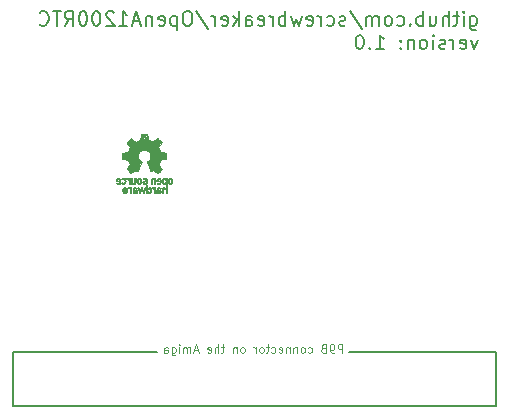
<source format=gbo>
G04 #@! TF.GenerationSoftware,KiCad,Pcbnew,5.0.2-bee76a0~70~ubuntu16.04.1*
G04 #@! TF.CreationDate,2019-01-05T22:09:08+01:00*
G04 #@! TF.ProjectId,OpenA1200RTC,4f70656e-4131-4323-9030-5254432e6b69,rev?*
G04 #@! TF.SameCoordinates,Original*
G04 #@! TF.FileFunction,Legend,Bot*
G04 #@! TF.FilePolarity,Positive*
%FSLAX46Y46*%
G04 Gerber Fmt 4.6, Leading zero omitted, Abs format (unit mm)*
G04 Created by KiCad (PCBNEW 5.0.2-bee76a0~70~ubuntu16.04.1) date sab 05 gen 2019 22:09:08 CET*
%MOMM*%
%LPD*%
G01*
G04 APERTURE LIST*
%ADD10C,0.200000*%
%ADD11C,0.100000*%
%ADD12C,0.010000*%
G04 APERTURE END LIST*
D10*
X126746000Y-103632000D02*
X126746000Y-108200000D01*
X138938000Y-103632000D02*
X126746000Y-103632000D01*
X167640000Y-108200000D02*
X126746000Y-108200000D01*
X167640000Y-103632000D02*
X167640000Y-108200000D01*
X155194000Y-103632000D02*
X167640000Y-103632000D01*
D11*
X154599333Y-103694666D02*
X154599333Y-102994666D01*
X154332666Y-102994666D01*
X154266000Y-103028000D01*
X154232666Y-103061333D01*
X154199333Y-103128000D01*
X154199333Y-103228000D01*
X154232666Y-103294666D01*
X154266000Y-103328000D01*
X154332666Y-103361333D01*
X154599333Y-103361333D01*
X153866000Y-103694666D02*
X153732666Y-103694666D01*
X153666000Y-103661333D01*
X153632666Y-103628000D01*
X153566000Y-103528000D01*
X153532666Y-103394666D01*
X153532666Y-103128000D01*
X153566000Y-103061333D01*
X153599333Y-103028000D01*
X153666000Y-102994666D01*
X153799333Y-102994666D01*
X153866000Y-103028000D01*
X153899333Y-103061333D01*
X153932666Y-103128000D01*
X153932666Y-103294666D01*
X153899333Y-103361333D01*
X153866000Y-103394666D01*
X153799333Y-103428000D01*
X153666000Y-103428000D01*
X153599333Y-103394666D01*
X153566000Y-103361333D01*
X153532666Y-103294666D01*
X152999333Y-103328000D02*
X152899333Y-103361333D01*
X152866000Y-103394666D01*
X152832666Y-103461333D01*
X152832666Y-103561333D01*
X152866000Y-103628000D01*
X152899333Y-103661333D01*
X152966000Y-103694666D01*
X153232666Y-103694666D01*
X153232666Y-102994666D01*
X152999333Y-102994666D01*
X152932666Y-103028000D01*
X152899333Y-103061333D01*
X152866000Y-103128000D01*
X152866000Y-103194666D01*
X152899333Y-103261333D01*
X152932666Y-103294666D01*
X152999333Y-103328000D01*
X153232666Y-103328000D01*
X151699333Y-103661333D02*
X151766000Y-103694666D01*
X151899333Y-103694666D01*
X151966000Y-103661333D01*
X151999333Y-103628000D01*
X152032666Y-103561333D01*
X152032666Y-103361333D01*
X151999333Y-103294666D01*
X151966000Y-103261333D01*
X151899333Y-103228000D01*
X151766000Y-103228000D01*
X151699333Y-103261333D01*
X151299333Y-103694666D02*
X151366000Y-103661333D01*
X151399333Y-103628000D01*
X151432666Y-103561333D01*
X151432666Y-103361333D01*
X151399333Y-103294666D01*
X151366000Y-103261333D01*
X151299333Y-103228000D01*
X151199333Y-103228000D01*
X151132666Y-103261333D01*
X151099333Y-103294666D01*
X151066000Y-103361333D01*
X151066000Y-103561333D01*
X151099333Y-103628000D01*
X151132666Y-103661333D01*
X151199333Y-103694666D01*
X151299333Y-103694666D01*
X150766000Y-103228000D02*
X150766000Y-103694666D01*
X150766000Y-103294666D02*
X150732666Y-103261333D01*
X150666000Y-103228000D01*
X150566000Y-103228000D01*
X150499333Y-103261333D01*
X150466000Y-103328000D01*
X150466000Y-103694666D01*
X150132666Y-103228000D02*
X150132666Y-103694666D01*
X150132666Y-103294666D02*
X150099333Y-103261333D01*
X150032666Y-103228000D01*
X149932666Y-103228000D01*
X149866000Y-103261333D01*
X149832666Y-103328000D01*
X149832666Y-103694666D01*
X149232666Y-103661333D02*
X149299333Y-103694666D01*
X149432666Y-103694666D01*
X149499333Y-103661333D01*
X149532666Y-103594666D01*
X149532666Y-103328000D01*
X149499333Y-103261333D01*
X149432666Y-103228000D01*
X149299333Y-103228000D01*
X149232666Y-103261333D01*
X149199333Y-103328000D01*
X149199333Y-103394666D01*
X149532666Y-103461333D01*
X148599333Y-103661333D02*
X148666000Y-103694666D01*
X148799333Y-103694666D01*
X148866000Y-103661333D01*
X148899333Y-103628000D01*
X148932666Y-103561333D01*
X148932666Y-103361333D01*
X148899333Y-103294666D01*
X148866000Y-103261333D01*
X148799333Y-103228000D01*
X148666000Y-103228000D01*
X148599333Y-103261333D01*
X148399333Y-103228000D02*
X148132666Y-103228000D01*
X148299333Y-102994666D02*
X148299333Y-103594666D01*
X148266000Y-103661333D01*
X148199333Y-103694666D01*
X148132666Y-103694666D01*
X147799333Y-103694666D02*
X147866000Y-103661333D01*
X147899333Y-103628000D01*
X147932666Y-103561333D01*
X147932666Y-103361333D01*
X147899333Y-103294666D01*
X147866000Y-103261333D01*
X147799333Y-103228000D01*
X147699333Y-103228000D01*
X147632666Y-103261333D01*
X147599333Y-103294666D01*
X147566000Y-103361333D01*
X147566000Y-103561333D01*
X147599333Y-103628000D01*
X147632666Y-103661333D01*
X147699333Y-103694666D01*
X147799333Y-103694666D01*
X147266000Y-103694666D02*
X147266000Y-103228000D01*
X147266000Y-103361333D02*
X147232666Y-103294666D01*
X147199333Y-103261333D01*
X147132666Y-103228000D01*
X147066000Y-103228000D01*
X146199333Y-103694666D02*
X146266000Y-103661333D01*
X146299333Y-103628000D01*
X146332666Y-103561333D01*
X146332666Y-103361333D01*
X146299333Y-103294666D01*
X146266000Y-103261333D01*
X146199333Y-103228000D01*
X146099333Y-103228000D01*
X146032666Y-103261333D01*
X145999333Y-103294666D01*
X145966000Y-103361333D01*
X145966000Y-103561333D01*
X145999333Y-103628000D01*
X146032666Y-103661333D01*
X146099333Y-103694666D01*
X146199333Y-103694666D01*
X145666000Y-103228000D02*
X145666000Y-103694666D01*
X145666000Y-103294666D02*
X145632666Y-103261333D01*
X145566000Y-103228000D01*
X145466000Y-103228000D01*
X145399333Y-103261333D01*
X145366000Y-103328000D01*
X145366000Y-103694666D01*
X144599333Y-103228000D02*
X144332666Y-103228000D01*
X144499333Y-102994666D02*
X144499333Y-103594666D01*
X144466000Y-103661333D01*
X144399333Y-103694666D01*
X144332666Y-103694666D01*
X144099333Y-103694666D02*
X144099333Y-102994666D01*
X143799333Y-103694666D02*
X143799333Y-103328000D01*
X143832666Y-103261333D01*
X143899333Y-103228000D01*
X143999333Y-103228000D01*
X144066000Y-103261333D01*
X144099333Y-103294666D01*
X143199333Y-103661333D02*
X143266000Y-103694666D01*
X143399333Y-103694666D01*
X143466000Y-103661333D01*
X143499333Y-103594666D01*
X143499333Y-103328000D01*
X143466000Y-103261333D01*
X143399333Y-103228000D01*
X143266000Y-103228000D01*
X143199333Y-103261333D01*
X143166000Y-103328000D01*
X143166000Y-103394666D01*
X143499333Y-103461333D01*
X142366000Y-103494666D02*
X142032666Y-103494666D01*
X142432666Y-103694666D02*
X142199333Y-102994666D01*
X141966000Y-103694666D01*
X141732666Y-103694666D02*
X141732666Y-103228000D01*
X141732666Y-103294666D02*
X141699333Y-103261333D01*
X141632666Y-103228000D01*
X141532666Y-103228000D01*
X141466000Y-103261333D01*
X141432666Y-103328000D01*
X141432666Y-103694666D01*
X141432666Y-103328000D02*
X141399333Y-103261333D01*
X141332666Y-103228000D01*
X141232666Y-103228000D01*
X141166000Y-103261333D01*
X141132666Y-103328000D01*
X141132666Y-103694666D01*
X140799333Y-103694666D02*
X140799333Y-103228000D01*
X140799333Y-102994666D02*
X140832666Y-103028000D01*
X140799333Y-103061333D01*
X140766000Y-103028000D01*
X140799333Y-102994666D01*
X140799333Y-103061333D01*
X140166000Y-103228000D02*
X140166000Y-103794666D01*
X140199333Y-103861333D01*
X140232666Y-103894666D01*
X140299333Y-103928000D01*
X140399333Y-103928000D01*
X140466000Y-103894666D01*
X140166000Y-103661333D02*
X140232666Y-103694666D01*
X140366000Y-103694666D01*
X140432666Y-103661333D01*
X140466000Y-103628000D01*
X140499333Y-103561333D01*
X140499333Y-103361333D01*
X140466000Y-103294666D01*
X140432666Y-103261333D01*
X140366000Y-103228000D01*
X140232666Y-103228000D01*
X140166000Y-103261333D01*
X139532666Y-103694666D02*
X139532666Y-103328000D01*
X139566000Y-103261333D01*
X139632666Y-103228000D01*
X139766000Y-103228000D01*
X139832666Y-103261333D01*
X139532666Y-103661333D02*
X139599333Y-103694666D01*
X139766000Y-103694666D01*
X139832666Y-103661333D01*
X139866000Y-103594666D01*
X139866000Y-103528000D01*
X139832666Y-103461333D01*
X139766000Y-103428000D01*
X139599333Y-103428000D01*
X139532666Y-103394666D01*
D10*
X165440000Y-75196857D02*
X165440000Y-76168285D01*
X165497142Y-76282571D01*
X165554285Y-76339714D01*
X165668571Y-76396857D01*
X165840000Y-76396857D01*
X165954285Y-76339714D01*
X165440000Y-75939714D02*
X165554285Y-75996857D01*
X165782857Y-75996857D01*
X165897142Y-75939714D01*
X165954285Y-75882571D01*
X166011428Y-75768285D01*
X166011428Y-75425428D01*
X165954285Y-75311142D01*
X165897142Y-75254000D01*
X165782857Y-75196857D01*
X165554285Y-75196857D01*
X165440000Y-75254000D01*
X164868571Y-75996857D02*
X164868571Y-75196857D01*
X164868571Y-74796857D02*
X164925714Y-74854000D01*
X164868571Y-74911142D01*
X164811428Y-74854000D01*
X164868571Y-74796857D01*
X164868571Y-74911142D01*
X164468571Y-75196857D02*
X164011428Y-75196857D01*
X164297142Y-74796857D02*
X164297142Y-75825428D01*
X164240000Y-75939714D01*
X164125714Y-75996857D01*
X164011428Y-75996857D01*
X163611428Y-75996857D02*
X163611428Y-74796857D01*
X163097142Y-75996857D02*
X163097142Y-75368285D01*
X163154285Y-75254000D01*
X163268571Y-75196857D01*
X163440000Y-75196857D01*
X163554285Y-75254000D01*
X163611428Y-75311142D01*
X162011428Y-75196857D02*
X162011428Y-75996857D01*
X162525714Y-75196857D02*
X162525714Y-75825428D01*
X162468571Y-75939714D01*
X162354285Y-75996857D01*
X162182857Y-75996857D01*
X162068571Y-75939714D01*
X162011428Y-75882571D01*
X161440000Y-75996857D02*
X161440000Y-74796857D01*
X161440000Y-75254000D02*
X161325714Y-75196857D01*
X161097142Y-75196857D01*
X160982857Y-75254000D01*
X160925714Y-75311142D01*
X160868571Y-75425428D01*
X160868571Y-75768285D01*
X160925714Y-75882571D01*
X160982857Y-75939714D01*
X161097142Y-75996857D01*
X161325714Y-75996857D01*
X161440000Y-75939714D01*
X160354285Y-75882571D02*
X160297142Y-75939714D01*
X160354285Y-75996857D01*
X160411428Y-75939714D01*
X160354285Y-75882571D01*
X160354285Y-75996857D01*
X159268571Y-75939714D02*
X159382857Y-75996857D01*
X159611428Y-75996857D01*
X159725714Y-75939714D01*
X159782857Y-75882571D01*
X159840000Y-75768285D01*
X159840000Y-75425428D01*
X159782857Y-75311142D01*
X159725714Y-75254000D01*
X159611428Y-75196857D01*
X159382857Y-75196857D01*
X159268571Y-75254000D01*
X158582857Y-75996857D02*
X158697142Y-75939714D01*
X158754285Y-75882571D01*
X158811428Y-75768285D01*
X158811428Y-75425428D01*
X158754285Y-75311142D01*
X158697142Y-75254000D01*
X158582857Y-75196857D01*
X158411428Y-75196857D01*
X158297142Y-75254000D01*
X158240000Y-75311142D01*
X158182857Y-75425428D01*
X158182857Y-75768285D01*
X158240000Y-75882571D01*
X158297142Y-75939714D01*
X158411428Y-75996857D01*
X158582857Y-75996857D01*
X157668571Y-75996857D02*
X157668571Y-75196857D01*
X157668571Y-75311142D02*
X157611428Y-75254000D01*
X157497142Y-75196857D01*
X157325714Y-75196857D01*
X157211428Y-75254000D01*
X157154285Y-75368285D01*
X157154285Y-75996857D01*
X157154285Y-75368285D02*
X157097142Y-75254000D01*
X156982857Y-75196857D01*
X156811428Y-75196857D01*
X156697142Y-75254000D01*
X156640000Y-75368285D01*
X156640000Y-75996857D01*
X155211428Y-74739714D02*
X156240000Y-76282571D01*
X154868571Y-75939714D02*
X154754285Y-75996857D01*
X154525714Y-75996857D01*
X154411428Y-75939714D01*
X154354285Y-75825428D01*
X154354285Y-75768285D01*
X154411428Y-75654000D01*
X154525714Y-75596857D01*
X154697142Y-75596857D01*
X154811428Y-75539714D01*
X154868571Y-75425428D01*
X154868571Y-75368285D01*
X154811428Y-75254000D01*
X154697142Y-75196857D01*
X154525714Y-75196857D01*
X154411428Y-75254000D01*
X153325714Y-75939714D02*
X153440000Y-75996857D01*
X153668571Y-75996857D01*
X153782857Y-75939714D01*
X153840000Y-75882571D01*
X153897142Y-75768285D01*
X153897142Y-75425428D01*
X153840000Y-75311142D01*
X153782857Y-75254000D01*
X153668571Y-75196857D01*
X153440000Y-75196857D01*
X153325714Y-75254000D01*
X152811428Y-75996857D02*
X152811428Y-75196857D01*
X152811428Y-75425428D02*
X152754285Y-75311142D01*
X152697142Y-75254000D01*
X152582857Y-75196857D01*
X152468571Y-75196857D01*
X151611428Y-75939714D02*
X151725714Y-75996857D01*
X151954285Y-75996857D01*
X152068571Y-75939714D01*
X152125714Y-75825428D01*
X152125714Y-75368285D01*
X152068571Y-75254000D01*
X151954285Y-75196857D01*
X151725714Y-75196857D01*
X151611428Y-75254000D01*
X151554285Y-75368285D01*
X151554285Y-75482571D01*
X152125714Y-75596857D01*
X151154285Y-75196857D02*
X150925714Y-75996857D01*
X150697142Y-75425428D01*
X150468571Y-75996857D01*
X150240000Y-75196857D01*
X149782857Y-75996857D02*
X149782857Y-74796857D01*
X149782857Y-75254000D02*
X149668571Y-75196857D01*
X149440000Y-75196857D01*
X149325714Y-75254000D01*
X149268571Y-75311142D01*
X149211428Y-75425428D01*
X149211428Y-75768285D01*
X149268571Y-75882571D01*
X149325714Y-75939714D01*
X149440000Y-75996857D01*
X149668571Y-75996857D01*
X149782857Y-75939714D01*
X148697142Y-75996857D02*
X148697142Y-75196857D01*
X148697142Y-75425428D02*
X148640000Y-75311142D01*
X148582857Y-75254000D01*
X148468571Y-75196857D01*
X148354285Y-75196857D01*
X147497142Y-75939714D02*
X147611428Y-75996857D01*
X147840000Y-75996857D01*
X147954285Y-75939714D01*
X148011428Y-75825428D01*
X148011428Y-75368285D01*
X147954285Y-75254000D01*
X147840000Y-75196857D01*
X147611428Y-75196857D01*
X147497142Y-75254000D01*
X147440000Y-75368285D01*
X147440000Y-75482571D01*
X148011428Y-75596857D01*
X146411428Y-75996857D02*
X146411428Y-75368285D01*
X146468571Y-75254000D01*
X146582857Y-75196857D01*
X146811428Y-75196857D01*
X146925714Y-75254000D01*
X146411428Y-75939714D02*
X146525714Y-75996857D01*
X146811428Y-75996857D01*
X146925714Y-75939714D01*
X146982857Y-75825428D01*
X146982857Y-75711142D01*
X146925714Y-75596857D01*
X146811428Y-75539714D01*
X146525714Y-75539714D01*
X146411428Y-75482571D01*
X145840000Y-75996857D02*
X145840000Y-74796857D01*
X145725714Y-75539714D02*
X145382857Y-75996857D01*
X145382857Y-75196857D02*
X145840000Y-75654000D01*
X144411428Y-75939714D02*
X144525714Y-75996857D01*
X144754285Y-75996857D01*
X144868571Y-75939714D01*
X144925714Y-75825428D01*
X144925714Y-75368285D01*
X144868571Y-75254000D01*
X144754285Y-75196857D01*
X144525714Y-75196857D01*
X144411428Y-75254000D01*
X144354285Y-75368285D01*
X144354285Y-75482571D01*
X144925714Y-75596857D01*
X143840000Y-75996857D02*
X143840000Y-75196857D01*
X143840000Y-75425428D02*
X143782857Y-75311142D01*
X143725714Y-75254000D01*
X143611428Y-75196857D01*
X143497142Y-75196857D01*
X142240000Y-74739714D02*
X143268571Y-76282571D01*
X141611428Y-74796857D02*
X141382857Y-74796857D01*
X141268571Y-74854000D01*
X141154285Y-74968285D01*
X141097142Y-75196857D01*
X141097142Y-75596857D01*
X141154285Y-75825428D01*
X141268571Y-75939714D01*
X141382857Y-75996857D01*
X141611428Y-75996857D01*
X141725714Y-75939714D01*
X141840000Y-75825428D01*
X141897142Y-75596857D01*
X141897142Y-75196857D01*
X141840000Y-74968285D01*
X141725714Y-74854000D01*
X141611428Y-74796857D01*
X140582857Y-75196857D02*
X140582857Y-76396857D01*
X140582857Y-75254000D02*
X140468571Y-75196857D01*
X140240000Y-75196857D01*
X140125714Y-75254000D01*
X140068571Y-75311142D01*
X140011428Y-75425428D01*
X140011428Y-75768285D01*
X140068571Y-75882571D01*
X140125714Y-75939714D01*
X140240000Y-75996857D01*
X140468571Y-75996857D01*
X140582857Y-75939714D01*
X139040000Y-75939714D02*
X139154285Y-75996857D01*
X139382857Y-75996857D01*
X139497142Y-75939714D01*
X139554285Y-75825428D01*
X139554285Y-75368285D01*
X139497142Y-75254000D01*
X139382857Y-75196857D01*
X139154285Y-75196857D01*
X139040000Y-75254000D01*
X138982857Y-75368285D01*
X138982857Y-75482571D01*
X139554285Y-75596857D01*
X138468571Y-75196857D02*
X138468571Y-75996857D01*
X138468571Y-75311142D02*
X138411428Y-75254000D01*
X138297142Y-75196857D01*
X138125714Y-75196857D01*
X138011428Y-75254000D01*
X137954285Y-75368285D01*
X137954285Y-75996857D01*
X137440000Y-75654000D02*
X136868571Y-75654000D01*
X137554285Y-75996857D02*
X137154285Y-74796857D01*
X136754285Y-75996857D01*
X135725714Y-75996857D02*
X136411428Y-75996857D01*
X136068571Y-75996857D02*
X136068571Y-74796857D01*
X136182857Y-74968285D01*
X136297142Y-75082571D01*
X136411428Y-75139714D01*
X135268571Y-74911142D02*
X135211428Y-74854000D01*
X135097142Y-74796857D01*
X134811428Y-74796857D01*
X134697142Y-74854000D01*
X134640000Y-74911142D01*
X134582857Y-75025428D01*
X134582857Y-75139714D01*
X134640000Y-75311142D01*
X135325714Y-75996857D01*
X134582857Y-75996857D01*
X133839999Y-74796857D02*
X133725714Y-74796857D01*
X133611428Y-74854000D01*
X133554285Y-74911142D01*
X133497142Y-75025428D01*
X133439999Y-75254000D01*
X133439999Y-75539714D01*
X133497142Y-75768285D01*
X133554285Y-75882571D01*
X133611428Y-75939714D01*
X133725714Y-75996857D01*
X133839999Y-75996857D01*
X133954285Y-75939714D01*
X134011428Y-75882571D01*
X134068571Y-75768285D01*
X134125714Y-75539714D01*
X134125714Y-75254000D01*
X134068571Y-75025428D01*
X134011428Y-74911142D01*
X133954285Y-74854000D01*
X133839999Y-74796857D01*
X132697142Y-74796857D02*
X132582857Y-74796857D01*
X132468571Y-74854000D01*
X132411428Y-74911142D01*
X132354285Y-75025428D01*
X132297142Y-75254000D01*
X132297142Y-75539714D01*
X132354285Y-75768285D01*
X132411428Y-75882571D01*
X132468571Y-75939714D01*
X132582857Y-75996857D01*
X132697142Y-75996857D01*
X132811428Y-75939714D01*
X132868571Y-75882571D01*
X132925714Y-75768285D01*
X132982857Y-75539714D01*
X132982857Y-75254000D01*
X132925714Y-75025428D01*
X132868571Y-74911142D01*
X132811428Y-74854000D01*
X132697142Y-74796857D01*
X131097142Y-75996857D02*
X131497142Y-75425428D01*
X131782857Y-75996857D02*
X131782857Y-74796857D01*
X131325714Y-74796857D01*
X131211428Y-74854000D01*
X131154285Y-74911142D01*
X131097142Y-75025428D01*
X131097142Y-75196857D01*
X131154285Y-75311142D01*
X131211428Y-75368285D01*
X131325714Y-75425428D01*
X131782857Y-75425428D01*
X130754285Y-74796857D02*
X130068571Y-74796857D01*
X130411428Y-75996857D02*
X130411428Y-74796857D01*
X128982857Y-75882571D02*
X129039999Y-75939714D01*
X129211428Y-75996857D01*
X129325714Y-75996857D01*
X129497142Y-75939714D01*
X129611428Y-75825428D01*
X129668571Y-75711142D01*
X129725714Y-75482571D01*
X129725714Y-75311142D01*
X129668571Y-75082571D01*
X129611428Y-74968285D01*
X129497142Y-74854000D01*
X129325714Y-74796857D01*
X129211428Y-74796857D01*
X129039999Y-74854000D01*
X128982857Y-74911142D01*
X166068571Y-77196857D02*
X165782857Y-77996857D01*
X165497142Y-77196857D01*
X164582857Y-77939714D02*
X164697142Y-77996857D01*
X164925714Y-77996857D01*
X165040000Y-77939714D01*
X165097142Y-77825428D01*
X165097142Y-77368285D01*
X165040000Y-77254000D01*
X164925714Y-77196857D01*
X164697142Y-77196857D01*
X164582857Y-77254000D01*
X164525714Y-77368285D01*
X164525714Y-77482571D01*
X165097142Y-77596857D01*
X164011428Y-77996857D02*
X164011428Y-77196857D01*
X164011428Y-77425428D02*
X163954285Y-77311142D01*
X163897142Y-77254000D01*
X163782857Y-77196857D01*
X163668571Y-77196857D01*
X163325714Y-77939714D02*
X163211428Y-77996857D01*
X162982857Y-77996857D01*
X162868571Y-77939714D01*
X162811428Y-77825428D01*
X162811428Y-77768285D01*
X162868571Y-77654000D01*
X162982857Y-77596857D01*
X163154285Y-77596857D01*
X163268571Y-77539714D01*
X163325714Y-77425428D01*
X163325714Y-77368285D01*
X163268571Y-77254000D01*
X163154285Y-77196857D01*
X162982857Y-77196857D01*
X162868571Y-77254000D01*
X162297142Y-77996857D02*
X162297142Y-77196857D01*
X162297142Y-76796857D02*
X162354285Y-76854000D01*
X162297142Y-76911142D01*
X162240000Y-76854000D01*
X162297142Y-76796857D01*
X162297142Y-76911142D01*
X161554285Y-77996857D02*
X161668571Y-77939714D01*
X161725714Y-77882571D01*
X161782857Y-77768285D01*
X161782857Y-77425428D01*
X161725714Y-77311142D01*
X161668571Y-77254000D01*
X161554285Y-77196857D01*
X161382857Y-77196857D01*
X161268571Y-77254000D01*
X161211428Y-77311142D01*
X161154285Y-77425428D01*
X161154285Y-77768285D01*
X161211428Y-77882571D01*
X161268571Y-77939714D01*
X161382857Y-77996857D01*
X161554285Y-77996857D01*
X160640000Y-77196857D02*
X160640000Y-77996857D01*
X160640000Y-77311142D02*
X160582857Y-77254000D01*
X160468571Y-77196857D01*
X160297142Y-77196857D01*
X160182857Y-77254000D01*
X160125714Y-77368285D01*
X160125714Y-77996857D01*
X159554285Y-77882571D02*
X159497142Y-77939714D01*
X159554285Y-77996857D01*
X159611428Y-77939714D01*
X159554285Y-77882571D01*
X159554285Y-77996857D01*
X159554285Y-77254000D02*
X159497142Y-77311142D01*
X159554285Y-77368285D01*
X159611428Y-77311142D01*
X159554285Y-77254000D01*
X159554285Y-77368285D01*
X157440000Y-77996857D02*
X158125714Y-77996857D01*
X157782857Y-77996857D02*
X157782857Y-76796857D01*
X157897142Y-76968285D01*
X158011428Y-77082571D01*
X158125714Y-77139714D01*
X156925714Y-77882571D02*
X156868571Y-77939714D01*
X156925714Y-77996857D01*
X156982857Y-77939714D01*
X156925714Y-77882571D01*
X156925714Y-77996857D01*
X156125714Y-76796857D02*
X156011428Y-76796857D01*
X155897142Y-76854000D01*
X155840000Y-76911142D01*
X155782857Y-77025428D01*
X155725714Y-77254000D01*
X155725714Y-77539714D01*
X155782857Y-77768285D01*
X155840000Y-77882571D01*
X155897142Y-77939714D01*
X156011428Y-77996857D01*
X156125714Y-77996857D01*
X156240000Y-77939714D01*
X156297142Y-77882571D01*
X156354285Y-77768285D01*
X156411428Y-77539714D01*
X156411428Y-77254000D01*
X156354285Y-77025428D01*
X156297142Y-76911142D01*
X156240000Y-76854000D01*
X156125714Y-76796857D01*
D12*
G04 #@! TO.C,V1*
G36*
X139431328Y-88928397D02*
X139379811Y-88969974D01*
X139374863Y-88975706D01*
X139354274Y-89002563D01*
X139341991Y-89028941D01*
X139336348Y-89063742D01*
X139335680Y-89115870D01*
X139337570Y-89175051D01*
X139341067Y-89246974D01*
X139346402Y-89293971D01*
X139355908Y-89324425D01*
X139371918Y-89346720D01*
X139390008Y-89363483D01*
X139447344Y-89395081D01*
X139510745Y-89402776D01*
X139568040Y-89385546D01*
X139577436Y-89379215D01*
X139607159Y-89360043D01*
X139622259Y-89354232D01*
X139627080Y-89369600D01*
X139631037Y-89411863D01*
X139633728Y-89474607D01*
X139634750Y-89551419D01*
X139634751Y-89553571D01*
X139633778Y-89630666D01*
X139631126Y-89693863D01*
X139627197Y-89736746D01*
X139622394Y-89752904D01*
X139622259Y-89752910D01*
X139600571Y-89743426D01*
X139577436Y-89727926D01*
X139522749Y-89705736D01*
X139459580Y-89708658D01*
X139400107Y-89735670D01*
X139390008Y-89743631D01*
X139370303Y-89761842D01*
X139356897Y-89780815D01*
X139348345Y-89807223D01*
X139343203Y-89847738D01*
X139340026Y-89909034D01*
X139337717Y-89985140D01*
X139332158Y-90186489D01*
X139418226Y-90186489D01*
X139418226Y-90035492D01*
X139421669Y-89937579D01*
X139432709Y-89867880D01*
X139452414Y-89821942D01*
X139474851Y-89799498D01*
X139520008Y-89787208D01*
X139570493Y-89798660D01*
X139601440Y-89820062D01*
X139616993Y-89839779D01*
X139626866Y-89866232D01*
X139632284Y-89906783D01*
X139634475Y-89968796D01*
X139634751Y-90019931D01*
X139634751Y-90186489D01*
X139718030Y-90186489D01*
X139718030Y-89139803D01*
X139636355Y-89139803D01*
X139634953Y-89206539D01*
X139617964Y-89263787D01*
X139601440Y-89287079D01*
X139554842Y-89314793D01*
X139503667Y-89317174D01*
X139461710Y-89294871D01*
X139434223Y-89248106D01*
X139421606Y-89185491D01*
X139423425Y-89118343D01*
X139439243Y-89057981D01*
X139468626Y-89015723D01*
X139472565Y-89012738D01*
X139515544Y-88990628D01*
X139552089Y-88995077D01*
X139593192Y-89027482D01*
X139593869Y-89028158D01*
X139622538Y-89076151D01*
X139636355Y-89139803D01*
X139718030Y-89139803D01*
X139718030Y-88920653D01*
X139677778Y-88920653D01*
X139644785Y-88926529D01*
X139631975Y-88936831D01*
X139613629Y-88942863D01*
X139572370Y-88934230D01*
X139562711Y-88931052D01*
X139489984Y-88915972D01*
X139431328Y-88928397D01*
X139431328Y-88928397D01*
G37*
X139431328Y-88928397D02*
X139379811Y-88969974D01*
X139374863Y-88975706D01*
X139354274Y-89002563D01*
X139341991Y-89028941D01*
X139336348Y-89063742D01*
X139335680Y-89115870D01*
X139337570Y-89175051D01*
X139341067Y-89246974D01*
X139346402Y-89293971D01*
X139355908Y-89324425D01*
X139371918Y-89346720D01*
X139390008Y-89363483D01*
X139447344Y-89395081D01*
X139510745Y-89402776D01*
X139568040Y-89385546D01*
X139577436Y-89379215D01*
X139607159Y-89360043D01*
X139622259Y-89354232D01*
X139627080Y-89369600D01*
X139631037Y-89411863D01*
X139633728Y-89474607D01*
X139634750Y-89551419D01*
X139634751Y-89553571D01*
X139633778Y-89630666D01*
X139631126Y-89693863D01*
X139627197Y-89736746D01*
X139622394Y-89752904D01*
X139622259Y-89752910D01*
X139600571Y-89743426D01*
X139577436Y-89727926D01*
X139522749Y-89705736D01*
X139459580Y-89708658D01*
X139400107Y-89735670D01*
X139390008Y-89743631D01*
X139370303Y-89761842D01*
X139356897Y-89780815D01*
X139348345Y-89807223D01*
X139343203Y-89847738D01*
X139340026Y-89909034D01*
X139337717Y-89985140D01*
X139332158Y-90186489D01*
X139418226Y-90186489D01*
X139418226Y-90035492D01*
X139421669Y-89937579D01*
X139432709Y-89867880D01*
X139452414Y-89821942D01*
X139474851Y-89799498D01*
X139520008Y-89787208D01*
X139570493Y-89798660D01*
X139601440Y-89820062D01*
X139616993Y-89839779D01*
X139626866Y-89866232D01*
X139632284Y-89906783D01*
X139634475Y-89968796D01*
X139634751Y-90019931D01*
X139634751Y-90186489D01*
X139718030Y-90186489D01*
X139718030Y-89139803D01*
X139636355Y-89139803D01*
X139634953Y-89206539D01*
X139617964Y-89263787D01*
X139601440Y-89287079D01*
X139554842Y-89314793D01*
X139503667Y-89317174D01*
X139461710Y-89294871D01*
X139434223Y-89248106D01*
X139421606Y-89185491D01*
X139423425Y-89118343D01*
X139439243Y-89057981D01*
X139468626Y-89015723D01*
X139472565Y-89012738D01*
X139515544Y-88990628D01*
X139552089Y-88995077D01*
X139593192Y-89027482D01*
X139593869Y-89028158D01*
X139622538Y-89076151D01*
X139636355Y-89139803D01*
X139718030Y-89139803D01*
X139718030Y-88920653D01*
X139677778Y-88920653D01*
X139644785Y-88926529D01*
X139631975Y-88936831D01*
X139613629Y-88942863D01*
X139572370Y-88934230D01*
X139562711Y-88931052D01*
X139489984Y-88915972D01*
X139431328Y-88928397D01*
G36*
X138961898Y-89717691D02*
X138938176Y-89726922D01*
X138911832Y-89742636D01*
X138893169Y-89761882D01*
X138880675Y-89790426D01*
X138872840Y-89834034D01*
X138868152Y-89898470D01*
X138865100Y-89989502D01*
X138864649Y-90007475D01*
X138860259Y-90186559D01*
X138906062Y-90186524D01*
X138939286Y-90180235D01*
X138951866Y-90166502D01*
X138956782Y-90154914D01*
X138971853Y-90166502D01*
X139003584Y-90180131D01*
X139054979Y-90185818D01*
X139113419Y-90183845D01*
X139166289Y-90174492D01*
X139196677Y-90161484D01*
X139231520Y-90118487D01*
X139245613Y-90059721D01*
X139243209Y-90044160D01*
X139167101Y-90044160D01*
X139159120Y-90082524D01*
X139139243Y-90101876D01*
X139097570Y-90115201D01*
X139045388Y-90118676D01*
X138997643Y-90112477D01*
X138971853Y-90099879D01*
X138956910Y-90069188D01*
X138951866Y-90033256D01*
X138953797Y-90006218D01*
X138965152Y-89992370D01*
X138994269Y-89987307D01*
X139040141Y-89986620D01*
X139093917Y-89990191D01*
X139135031Y-89999328D01*
X139148403Y-90006607D01*
X139167101Y-90044160D01*
X139243209Y-90044160D01*
X139236009Y-89997569D01*
X139235807Y-89997036D01*
X139202345Y-89953340D01*
X139143400Y-89921722D01*
X139065521Y-89905126D01*
X139027352Y-89903341D01*
X138980744Y-89901495D01*
X138958583Y-89892983D01*
X138952079Y-89873343D01*
X138951866Y-89865033D01*
X138960093Y-89825879D01*
X138971853Y-89806738D01*
X139002218Y-89793497D01*
X139049850Y-89787554D01*
X139099970Y-89789157D01*
X139137799Y-89798556D01*
X139145466Y-89803800D01*
X139168141Y-89807954D01*
X139190857Y-89789533D01*
X139209585Y-89764288D01*
X139204412Y-89746885D01*
X139192784Y-89736295D01*
X139150627Y-89717299D01*
X139089389Y-89707546D01*
X139022127Y-89707516D01*
X138961898Y-89717691D01*
X138961898Y-89717691D01*
G37*
X138961898Y-89717691D02*
X138938176Y-89726922D01*
X138911832Y-89742636D01*
X138893169Y-89761882D01*
X138880675Y-89790426D01*
X138872840Y-89834034D01*
X138868152Y-89898470D01*
X138865100Y-89989502D01*
X138864649Y-90007475D01*
X138860259Y-90186559D01*
X138906062Y-90186524D01*
X138939286Y-90180235D01*
X138951866Y-90166502D01*
X138956782Y-90154914D01*
X138971853Y-90166502D01*
X139003584Y-90180131D01*
X139054979Y-90185818D01*
X139113419Y-90183845D01*
X139166289Y-90174492D01*
X139196677Y-90161484D01*
X139231520Y-90118487D01*
X139245613Y-90059721D01*
X139243209Y-90044160D01*
X139167101Y-90044160D01*
X139159120Y-90082524D01*
X139139243Y-90101876D01*
X139097570Y-90115201D01*
X139045388Y-90118676D01*
X138997643Y-90112477D01*
X138971853Y-90099879D01*
X138956910Y-90069188D01*
X138951866Y-90033256D01*
X138953797Y-90006218D01*
X138965152Y-89992370D01*
X138994269Y-89987307D01*
X139040141Y-89986620D01*
X139093917Y-89990191D01*
X139135031Y-89999328D01*
X139148403Y-90006607D01*
X139167101Y-90044160D01*
X139243209Y-90044160D01*
X139236009Y-89997569D01*
X139235807Y-89997036D01*
X139202345Y-89953340D01*
X139143400Y-89921722D01*
X139065521Y-89905126D01*
X139027352Y-89903341D01*
X138980744Y-89901495D01*
X138958583Y-89892983D01*
X138952079Y-89873343D01*
X138951866Y-89865033D01*
X138960093Y-89825879D01*
X138971853Y-89806738D01*
X139002218Y-89793497D01*
X139049850Y-89787554D01*
X139099970Y-89789157D01*
X139137799Y-89798556D01*
X139145466Y-89803800D01*
X139168141Y-89807954D01*
X139190857Y-89789533D01*
X139209585Y-89764288D01*
X139204412Y-89746885D01*
X139192784Y-89736295D01*
X139150627Y-89717299D01*
X139089389Y-89707546D01*
X139022127Y-89707516D01*
X138961898Y-89717691D01*
G36*
X138660212Y-89712160D02*
X138652062Y-89728456D01*
X138645112Y-89750120D01*
X138622200Y-89746160D01*
X138594748Y-89727926D01*
X138548880Y-89708971D01*
X138492042Y-89704612D01*
X138442561Y-89715838D01*
X138436200Y-89719366D01*
X138421658Y-89734352D01*
X138430387Y-89754491D01*
X138441789Y-89767800D01*
X138475657Y-89791261D01*
X138522047Y-89792638D01*
X138526694Y-89791926D01*
X138575936Y-89792096D01*
X138614079Y-89815448D01*
X138616876Y-89818187D01*
X138633212Y-89838137D01*
X138643589Y-89863478D01*
X138649313Y-89901697D01*
X138651690Y-89960279D01*
X138652062Y-90019931D01*
X138652062Y-90186489D01*
X138735341Y-90186489D01*
X138735341Y-89703472D01*
X138693702Y-89703472D01*
X138660212Y-89712160D01*
X138660212Y-89712160D01*
G37*
X138660212Y-89712160D02*
X138652062Y-89728456D01*
X138645112Y-89750120D01*
X138622200Y-89746160D01*
X138594748Y-89727926D01*
X138548880Y-89708971D01*
X138492042Y-89704612D01*
X138442561Y-89715838D01*
X138436200Y-89719366D01*
X138421658Y-89734352D01*
X138430387Y-89754491D01*
X138441789Y-89767800D01*
X138475657Y-89791261D01*
X138522047Y-89792638D01*
X138526694Y-89791926D01*
X138575936Y-89792096D01*
X138614079Y-89815448D01*
X138616876Y-89818187D01*
X138633212Y-89838137D01*
X138643589Y-89863478D01*
X138649313Y-89901697D01*
X138651690Y-89960279D01*
X138652062Y-90019931D01*
X138652062Y-90186489D01*
X138735341Y-90186489D01*
X138735341Y-89703472D01*
X138693702Y-89703472D01*
X138660212Y-89712160D01*
G36*
X138004976Y-90186489D02*
X138052311Y-90186489D01*
X138089085Y-90179946D01*
X138107281Y-90165669D01*
X138118403Y-90153202D01*
X138136984Y-90165669D01*
X138166203Y-90178281D01*
X138213989Y-90185678D01*
X138236097Y-90186489D01*
X138293906Y-90181329D01*
X138332480Y-90162954D01*
X138347177Y-90149013D01*
X138373855Y-90100392D01*
X138389659Y-90031808D01*
X138394614Y-89956529D01*
X138310620Y-89956529D01*
X138308567Y-90015893D01*
X138300262Y-90052852D01*
X138282484Y-90078174D01*
X138271299Y-90088026D01*
X138219837Y-90116082D01*
X138173113Y-90111570D01*
X138136383Y-90083414D01*
X138114468Y-90049297D01*
X138104212Y-90001229D01*
X138102423Y-89953874D01*
X138110489Y-89870689D01*
X138134909Y-89816142D01*
X138176018Y-89789663D01*
X138200721Y-89786751D01*
X138254317Y-89799568D01*
X138289808Y-89838712D01*
X138307867Y-89905226D01*
X138310620Y-89956529D01*
X138394614Y-89956529D01*
X138394860Y-89952795D01*
X138389730Y-89872888D01*
X138374539Y-89801620D01*
X138349559Y-89748528D01*
X138335344Y-89733224D01*
X138282289Y-89709165D01*
X138217642Y-89705702D01*
X138156165Y-89723055D01*
X138143476Y-89730372D01*
X138102423Y-89757271D01*
X138102423Y-89503603D01*
X138001364Y-89503603D01*
X138004976Y-90186489D01*
X138004976Y-90186489D01*
G37*
X138004976Y-90186489D02*
X138052311Y-90186489D01*
X138089085Y-90179946D01*
X138107281Y-90165669D01*
X138118403Y-90153202D01*
X138136984Y-90165669D01*
X138166203Y-90178281D01*
X138213989Y-90185678D01*
X138236097Y-90186489D01*
X138293906Y-90181329D01*
X138332480Y-90162954D01*
X138347177Y-90149013D01*
X138373855Y-90100392D01*
X138389659Y-90031808D01*
X138394614Y-89956529D01*
X138310620Y-89956529D01*
X138308567Y-90015893D01*
X138300262Y-90052852D01*
X138282484Y-90078174D01*
X138271299Y-90088026D01*
X138219837Y-90116082D01*
X138173113Y-90111570D01*
X138136383Y-90083414D01*
X138114468Y-90049297D01*
X138104212Y-90001229D01*
X138102423Y-89953874D01*
X138110489Y-89870689D01*
X138134909Y-89816142D01*
X138176018Y-89789663D01*
X138200721Y-89786751D01*
X138254317Y-89799568D01*
X138289808Y-89838712D01*
X138307867Y-89905226D01*
X138310620Y-89956529D01*
X138394614Y-89956529D01*
X138394860Y-89952795D01*
X138389730Y-89872888D01*
X138374539Y-89801620D01*
X138349559Y-89748528D01*
X138335344Y-89733224D01*
X138282289Y-89709165D01*
X138217642Y-89705702D01*
X138156165Y-89723055D01*
X138143476Y-89730372D01*
X138102423Y-89757271D01*
X138102423Y-89503603D01*
X138001364Y-89503603D01*
X138004976Y-90186489D01*
G36*
X137879664Y-89703810D02*
X137866596Y-89708032D01*
X137855123Y-89720950D01*
X137842931Y-89747377D01*
X137827708Y-89792127D01*
X137807140Y-89860012D01*
X137784565Y-89936653D01*
X137747810Y-90061571D01*
X137726638Y-90011603D01*
X137711637Y-89971508D01*
X137691397Y-89911340D01*
X137669910Y-89843036D01*
X137666600Y-89832074D01*
X137645732Y-89766759D01*
X137629234Y-89728030D01*
X137613776Y-89710066D01*
X137596028Y-89707042D01*
X137595174Y-89707156D01*
X137577323Y-89716632D01*
X137559323Y-89743070D01*
X137538649Y-89791450D01*
X137512777Y-89866753D01*
X137510126Y-89874965D01*
X137487043Y-89943173D01*
X137466301Y-89998081D01*
X137450617Y-90032837D01*
X137444046Y-90041522D01*
X137434554Y-90027917D01*
X137419614Y-89988493D01*
X137401504Y-89929830D01*
X137387520Y-89878358D01*
X137367642Y-89803337D01*
X137352453Y-89754707D01*
X137338856Y-89726472D01*
X137323753Y-89712634D01*
X137304047Y-89707195D01*
X137298784Y-89706530D01*
X137265696Y-89706697D01*
X137252980Y-89714071D01*
X137257885Y-89733872D01*
X137271307Y-89778992D01*
X137291307Y-89843121D01*
X137315946Y-89919950D01*
X137321124Y-89935866D01*
X137347015Y-90015381D01*
X137369384Y-90084291D01*
X137386084Y-90135962D01*
X137394964Y-90163759D01*
X137395552Y-90165669D01*
X137415012Y-90181569D01*
X137442991Y-90186489D01*
X137463397Y-90183635D01*
X137479334Y-90171032D01*
X137494324Y-90142616D01*
X137511886Y-90092323D01*
X137527627Y-90040751D01*
X137547664Y-89973859D01*
X137564521Y-89918071D01*
X137575628Y-89881873D01*
X137578079Y-89874194D01*
X137595105Y-89854674D01*
X137613717Y-89860770D01*
X137619407Y-89880083D01*
X137624168Y-89907453D01*
X137636868Y-89957429D01*
X137655133Y-90020940D01*
X137663009Y-90046641D01*
X137685146Y-90114482D01*
X137702254Y-90156239D01*
X137717934Y-90178003D01*
X137735785Y-90185864D01*
X137745673Y-90186489D01*
X137762686Y-90183750D01*
X137777372Y-90172161D01*
X137792311Y-90146664D01*
X137810083Y-90102201D01*
X137833268Y-90033713D01*
X137849746Y-89982456D01*
X137875414Y-89901833D01*
X137898264Y-89829950D01*
X137915923Y-89774274D01*
X137926021Y-89742268D01*
X137926433Y-89740948D01*
X137930155Y-89713121D01*
X137911292Y-89703981D01*
X137896640Y-89703472D01*
X137879664Y-89703810D01*
X137879664Y-89703810D01*
G37*
X137879664Y-89703810D02*
X137866596Y-89708032D01*
X137855123Y-89720950D01*
X137842931Y-89747377D01*
X137827708Y-89792127D01*
X137807140Y-89860012D01*
X137784565Y-89936653D01*
X137747810Y-90061571D01*
X137726638Y-90011603D01*
X137711637Y-89971508D01*
X137691397Y-89911340D01*
X137669910Y-89843036D01*
X137666600Y-89832074D01*
X137645732Y-89766759D01*
X137629234Y-89728030D01*
X137613776Y-89710066D01*
X137596028Y-89707042D01*
X137595174Y-89707156D01*
X137577323Y-89716632D01*
X137559323Y-89743070D01*
X137538649Y-89791450D01*
X137512777Y-89866753D01*
X137510126Y-89874965D01*
X137487043Y-89943173D01*
X137466301Y-89998081D01*
X137450617Y-90032837D01*
X137444046Y-90041522D01*
X137434554Y-90027917D01*
X137419614Y-89988493D01*
X137401504Y-89929830D01*
X137387520Y-89878358D01*
X137367642Y-89803337D01*
X137352453Y-89754707D01*
X137338856Y-89726472D01*
X137323753Y-89712634D01*
X137304047Y-89707195D01*
X137298784Y-89706530D01*
X137265696Y-89706697D01*
X137252980Y-89714071D01*
X137257885Y-89733872D01*
X137271307Y-89778992D01*
X137291307Y-89843121D01*
X137315946Y-89919950D01*
X137321124Y-89935866D01*
X137347015Y-90015381D01*
X137369384Y-90084291D01*
X137386084Y-90135962D01*
X137394964Y-90163759D01*
X137395552Y-90165669D01*
X137415012Y-90181569D01*
X137442991Y-90186489D01*
X137463397Y-90183635D01*
X137479334Y-90171032D01*
X137494324Y-90142616D01*
X137511886Y-90092323D01*
X137527627Y-90040751D01*
X137547664Y-89973859D01*
X137564521Y-89918071D01*
X137575628Y-89881873D01*
X137578079Y-89874194D01*
X137595105Y-89854674D01*
X137613717Y-89860770D01*
X137619407Y-89880083D01*
X137624168Y-89907453D01*
X137636868Y-89957429D01*
X137655133Y-90020940D01*
X137663009Y-90046641D01*
X137685146Y-90114482D01*
X137702254Y-90156239D01*
X137717934Y-90178003D01*
X137735785Y-90185864D01*
X137745673Y-90186489D01*
X137762686Y-90183750D01*
X137777372Y-90172161D01*
X137792311Y-90146664D01*
X137810083Y-90102201D01*
X137833268Y-90033713D01*
X137849746Y-89982456D01*
X137875414Y-89901833D01*
X137898264Y-89829950D01*
X137915923Y-89774274D01*
X137926021Y-89742268D01*
X137926433Y-89740948D01*
X137930155Y-89713121D01*
X137911292Y-89703981D01*
X137896640Y-89703472D01*
X137879664Y-89703810D01*
G36*
X136999768Y-89707561D02*
X136938652Y-89718045D01*
X136897542Y-89738678D01*
X136875043Y-89760557D01*
X136858291Y-89782656D01*
X136847245Y-89807240D01*
X136840732Y-89841477D01*
X136837581Y-89892533D01*
X136836623Y-89967575D01*
X136836587Y-89995877D01*
X136836790Y-90077761D01*
X136838199Y-90132019D01*
X136842014Y-90164336D01*
X136849437Y-90180397D01*
X136861667Y-90185887D01*
X136876838Y-90186489D01*
X136910710Y-90178864D01*
X136924724Y-90165669D01*
X136935846Y-90153202D01*
X136954426Y-90165669D01*
X136983049Y-90177717D01*
X137031416Y-90185234D01*
X137061867Y-90186489D01*
X137120360Y-90182747D01*
X137158818Y-90168836D01*
X137183454Y-90147940D01*
X137214331Y-90093395D01*
X137218449Y-90033340D01*
X137133505Y-90033340D01*
X137129734Y-90074053D01*
X137118974Y-90095799D01*
X137086292Y-90113417D01*
X137037195Y-90119174D01*
X136986326Y-90113250D01*
X136948329Y-90095822D01*
X136946039Y-90093692D01*
X136925267Y-90056694D01*
X136919866Y-90026275D01*
X136921668Y-90003879D01*
X136932182Y-89992038D01*
X136959069Y-89988080D01*
X137009990Y-89989336D01*
X137023964Y-89989989D01*
X137081381Y-89993903D01*
X137113503Y-90000830D01*
X137128343Y-90013941D01*
X137133505Y-90033340D01*
X137218449Y-90033340D01*
X137218560Y-90031724D01*
X137196395Y-89974451D01*
X137179177Y-89954386D01*
X137144005Y-89930367D01*
X137095011Y-89915624D01*
X137029275Y-89907563D01*
X136970314Y-89901733D01*
X136937312Y-89894185D01*
X136922939Y-89881917D01*
X136919866Y-89862753D01*
X136928620Y-89824242D01*
X136939853Y-89806738D01*
X136967935Y-89794318D01*
X137012572Y-89787967D01*
X137060421Y-89787969D01*
X137098141Y-89794612D01*
X137111196Y-89803066D01*
X137130175Y-89808348D01*
X137157809Y-89796575D01*
X137180569Y-89775538D01*
X137186358Y-89759782D01*
X137171160Y-89737060D01*
X137131241Y-89719044D01*
X137075107Y-89708113D01*
X137011266Y-89706650D01*
X136999768Y-89707561D01*
X136999768Y-89707561D01*
G37*
X136999768Y-89707561D02*
X136938652Y-89718045D01*
X136897542Y-89738678D01*
X136875043Y-89760557D01*
X136858291Y-89782656D01*
X136847245Y-89807240D01*
X136840732Y-89841477D01*
X136837581Y-89892533D01*
X136836623Y-89967575D01*
X136836587Y-89995877D01*
X136836790Y-90077761D01*
X136838199Y-90132019D01*
X136842014Y-90164336D01*
X136849437Y-90180397D01*
X136861667Y-90185887D01*
X136876838Y-90186489D01*
X136910710Y-90178864D01*
X136924724Y-90165669D01*
X136935846Y-90153202D01*
X136954426Y-90165669D01*
X136983049Y-90177717D01*
X137031416Y-90185234D01*
X137061867Y-90186489D01*
X137120360Y-90182747D01*
X137158818Y-90168836D01*
X137183454Y-90147940D01*
X137214331Y-90093395D01*
X137218449Y-90033340D01*
X137133505Y-90033340D01*
X137129734Y-90074053D01*
X137118974Y-90095799D01*
X137086292Y-90113417D01*
X137037195Y-90119174D01*
X136986326Y-90113250D01*
X136948329Y-90095822D01*
X136946039Y-90093692D01*
X136925267Y-90056694D01*
X136919866Y-90026275D01*
X136921668Y-90003879D01*
X136932182Y-89992038D01*
X136959069Y-89988080D01*
X137009990Y-89989336D01*
X137023964Y-89989989D01*
X137081381Y-89993903D01*
X137113503Y-90000830D01*
X137128343Y-90013941D01*
X137133505Y-90033340D01*
X137218449Y-90033340D01*
X137218560Y-90031724D01*
X137196395Y-89974451D01*
X137179177Y-89954386D01*
X137144005Y-89930367D01*
X137095011Y-89915624D01*
X137029275Y-89907563D01*
X136970314Y-89901733D01*
X136937312Y-89894185D01*
X136922939Y-89881917D01*
X136919866Y-89862753D01*
X136928620Y-89824242D01*
X136939853Y-89806738D01*
X136967935Y-89794318D01*
X137012572Y-89787967D01*
X137060421Y-89787969D01*
X137098141Y-89794612D01*
X137111196Y-89803066D01*
X137130175Y-89808348D01*
X137157809Y-89796575D01*
X137180569Y-89775538D01*
X137186358Y-89759782D01*
X137171160Y-89737060D01*
X137131241Y-89719044D01*
X137075107Y-89708113D01*
X137011266Y-89706650D01*
X136999768Y-89707561D01*
G36*
X136628974Y-89708754D02*
X136625486Y-89726807D01*
X136626086Y-89728456D01*
X136628002Y-89750031D01*
X136608505Y-89747066D01*
X136579404Y-89727926D01*
X136534758Y-89709330D01*
X136479083Y-89704342D01*
X136430504Y-89714079D01*
X136422638Y-89718265D01*
X136408740Y-89737239D01*
X136418498Y-89766926D01*
X136437885Y-89789807D01*
X136469044Y-89794978D01*
X136495545Y-89791787D01*
X136548555Y-89791194D01*
X136587128Y-89812076D01*
X136602230Y-89829650D01*
X136611923Y-89854146D01*
X136617356Y-89892607D01*
X136619675Y-89952075D01*
X136620062Y-90014185D01*
X136620062Y-90186489D01*
X136703341Y-90186489D01*
X136703341Y-89703472D01*
X136659920Y-89703472D01*
X136628974Y-89708754D01*
X136628974Y-89708754D01*
G37*
X136628974Y-89708754D02*
X136625486Y-89726807D01*
X136626086Y-89728456D01*
X136628002Y-89750031D01*
X136608505Y-89747066D01*
X136579404Y-89727926D01*
X136534758Y-89709330D01*
X136479083Y-89704342D01*
X136430504Y-89714079D01*
X136422638Y-89718265D01*
X136408740Y-89737239D01*
X136418498Y-89766926D01*
X136437885Y-89789807D01*
X136469044Y-89794978D01*
X136495545Y-89791787D01*
X136548555Y-89791194D01*
X136587128Y-89812076D01*
X136602230Y-89829650D01*
X136611923Y-89854146D01*
X136617356Y-89892607D01*
X136619675Y-89952075D01*
X136620062Y-90014185D01*
X136620062Y-90186489D01*
X136703341Y-90186489D01*
X136703341Y-89703472D01*
X136659920Y-89703472D01*
X136628974Y-89708754D01*
G36*
X136119104Y-89709977D02*
X136055195Y-89742015D01*
X136005832Y-89796582D01*
X135976393Y-89870099D01*
X135970489Y-89926678D01*
X135970489Y-89986620D01*
X136128718Y-89986620D01*
X136211562Y-89988503D01*
X136263646Y-89995415D01*
X136287376Y-90009247D01*
X136285155Y-90031893D01*
X136259387Y-90065244D01*
X136246065Y-90078983D01*
X136191438Y-90112666D01*
X136129977Y-90117392D01*
X136076232Y-90095411D01*
X136047415Y-90080180D01*
X136025648Y-90089234D01*
X136013174Y-90102054D01*
X135995310Y-90126096D01*
X136001539Y-90143263D01*
X136023105Y-90159820D01*
X136070625Y-90178362D01*
X136135768Y-90186291D01*
X136204593Y-90183635D01*
X136263156Y-90170419D01*
X136285001Y-90159328D01*
X136329527Y-90109982D01*
X136357054Y-90042028D01*
X136367895Y-89963955D01*
X136362442Y-89885351D01*
X136282134Y-89885351D01*
X136275522Y-89896553D01*
X136251713Y-89901761D01*
X136204195Y-89903263D01*
X136171480Y-89903341D01*
X136113709Y-89901474D01*
X136071721Y-89896557D01*
X136053900Y-89889616D01*
X136053767Y-89888932D01*
X136063200Y-89867067D01*
X136086124Y-89833415D01*
X136088288Y-89830637D01*
X136133786Y-89795044D01*
X136185537Y-89786836D01*
X136234104Y-89804259D01*
X136270049Y-89845562D01*
X136278060Y-89865866D01*
X136282134Y-89885351D01*
X136362442Y-89885351D01*
X136362365Y-89884251D01*
X136340777Y-89811406D01*
X136303445Y-89753907D01*
X136269055Y-89727816D01*
X136192183Y-89704050D01*
X136119104Y-89709977D01*
X136119104Y-89709977D01*
G37*
X136119104Y-89709977D02*
X136055195Y-89742015D01*
X136005832Y-89796582D01*
X135976393Y-89870099D01*
X135970489Y-89926678D01*
X135970489Y-89986620D01*
X136128718Y-89986620D01*
X136211562Y-89988503D01*
X136263646Y-89995415D01*
X136287376Y-90009247D01*
X136285155Y-90031893D01*
X136259387Y-90065244D01*
X136246065Y-90078983D01*
X136191438Y-90112666D01*
X136129977Y-90117392D01*
X136076232Y-90095411D01*
X136047415Y-90080180D01*
X136025648Y-90089234D01*
X136013174Y-90102054D01*
X135995310Y-90126096D01*
X136001539Y-90143263D01*
X136023105Y-90159820D01*
X136070625Y-90178362D01*
X136135768Y-90186291D01*
X136204593Y-90183635D01*
X136263156Y-90170419D01*
X136285001Y-90159328D01*
X136329527Y-90109982D01*
X136357054Y-90042028D01*
X136367895Y-89963955D01*
X136362442Y-89885351D01*
X136282134Y-89885351D01*
X136275522Y-89896553D01*
X136251713Y-89901761D01*
X136204195Y-89903263D01*
X136171480Y-89903341D01*
X136113709Y-89901474D01*
X136071721Y-89896557D01*
X136053900Y-89889616D01*
X136053767Y-89888932D01*
X136063200Y-89867067D01*
X136086124Y-89833415D01*
X136088288Y-89830637D01*
X136133786Y-89795044D01*
X136185537Y-89786836D01*
X136234104Y-89804259D01*
X136270049Y-89845562D01*
X136278060Y-89865866D01*
X136282134Y-89885351D01*
X136362442Y-89885351D01*
X136362365Y-89884251D01*
X136340777Y-89811406D01*
X136303445Y-89753907D01*
X136269055Y-89727816D01*
X136192183Y-89704050D01*
X136119104Y-89709977D01*
G36*
X139959164Y-88927074D02*
X139908605Y-88944373D01*
X139903189Y-88947813D01*
X139857854Y-88997561D01*
X139829582Y-89065616D01*
X139818126Y-89143552D01*
X139823239Y-89222945D01*
X139844676Y-89295369D01*
X139882190Y-89352400D01*
X139915759Y-89377579D01*
X139980117Y-89398364D01*
X140050061Y-89401920D01*
X140111443Y-89388240D01*
X140130812Y-89377674D01*
X140181656Y-89321990D01*
X140210671Y-89242264D01*
X140217223Y-89169394D01*
X140134423Y-89169394D01*
X140123827Y-89241815D01*
X140094962Y-89292690D01*
X140052209Y-89318900D01*
X139999951Y-89317324D01*
X139956846Y-89295814D01*
X139925052Y-89255614D01*
X139909306Y-89198044D01*
X139908916Y-89133497D01*
X139923193Y-89072366D01*
X139951446Y-89025044D01*
X139976039Y-89007032D01*
X140030834Y-88997985D01*
X140082610Y-89015581D01*
X140116755Y-89052006D01*
X140127170Y-89087798D01*
X140133517Y-89141089D01*
X140134423Y-89169394D01*
X140217223Y-89169394D01*
X140217702Y-89164072D01*
X140209364Y-89065010D01*
X140183377Y-88993199D01*
X140138281Y-88946779D01*
X140072616Y-88923888D01*
X140026726Y-88920653D01*
X139959164Y-88927074D01*
X139959164Y-88927074D01*
G37*
X139959164Y-88927074D02*
X139908605Y-88944373D01*
X139903189Y-88947813D01*
X139857854Y-88997561D01*
X139829582Y-89065616D01*
X139818126Y-89143552D01*
X139823239Y-89222945D01*
X139844676Y-89295369D01*
X139882190Y-89352400D01*
X139915759Y-89377579D01*
X139980117Y-89398364D01*
X140050061Y-89401920D01*
X140111443Y-89388240D01*
X140130812Y-89377674D01*
X140181656Y-89321990D01*
X140210671Y-89242264D01*
X140217223Y-89169394D01*
X140134423Y-89169394D01*
X140123827Y-89241815D01*
X140094962Y-89292690D01*
X140052209Y-89318900D01*
X139999951Y-89317324D01*
X139956846Y-89295814D01*
X139925052Y-89255614D01*
X139909306Y-89198044D01*
X139908916Y-89133497D01*
X139923193Y-89072366D01*
X139951446Y-89025044D01*
X139976039Y-89007032D01*
X140030834Y-88997985D01*
X140082610Y-89015581D01*
X140116755Y-89052006D01*
X140127170Y-89087798D01*
X140133517Y-89141089D01*
X140134423Y-89169394D01*
X140217223Y-89169394D01*
X140217702Y-89164072D01*
X140209364Y-89065010D01*
X140183377Y-88993199D01*
X140138281Y-88946779D01*
X140072616Y-88923888D01*
X140026726Y-88920653D01*
X139959164Y-88927074D01*
G36*
X138971256Y-88934700D02*
X138908406Y-88974809D01*
X138867670Y-89037927D01*
X138852012Y-89121004D01*
X138851931Y-89128022D01*
X138851931Y-89187144D01*
X139010161Y-89187144D01*
X139084044Y-89187759D01*
X139130711Y-89190377D01*
X139156247Y-89196157D01*
X139166737Y-89206262D01*
X139168390Y-89217315D01*
X139153274Y-89263073D01*
X139113897Y-89299255D01*
X139059214Y-89318793D01*
X139037827Y-89320390D01*
X138991967Y-89315843D01*
X138960023Y-89304654D01*
X138956985Y-89302192D01*
X138931284Y-89292687D01*
X138903687Y-89302778D01*
X138874711Y-89323439D01*
X138874580Y-89343099D01*
X138904327Y-89367395D01*
X138916960Y-89375094D01*
X138974901Y-89395605D01*
X139045618Y-89402239D01*
X139113093Y-89394545D01*
X139147714Y-89381596D01*
X139199437Y-89334866D01*
X139233978Y-89265811D01*
X139249323Y-89181764D01*
X139243809Y-89095595D01*
X139169375Y-89095595D01*
X139148300Y-89111968D01*
X139097024Y-89119457D01*
X139051800Y-89120522D01*
X138994331Y-89119324D01*
X138952689Y-89116173D01*
X138935301Y-89111730D01*
X138935210Y-89111367D01*
X138942122Y-89091629D01*
X138958828Y-89056544D01*
X138959578Y-89055090D01*
X138998317Y-89005515D01*
X139044719Y-88987813D01*
X139095411Y-89002527D01*
X139127508Y-89028158D01*
X139161895Y-89068328D01*
X139169375Y-89095595D01*
X139243809Y-89095595D01*
X139243454Y-89090059D01*
X139236408Y-89058956D01*
X139203725Y-88986821D01*
X139151216Y-88941313D01*
X139077834Y-88921640D01*
X139053260Y-88920653D01*
X138971256Y-88934700D01*
X138971256Y-88934700D01*
G37*
X138971256Y-88934700D02*
X138908406Y-88974809D01*
X138867670Y-89037927D01*
X138852012Y-89121004D01*
X138851931Y-89128022D01*
X138851931Y-89187144D01*
X139010161Y-89187144D01*
X139084044Y-89187759D01*
X139130711Y-89190377D01*
X139156247Y-89196157D01*
X139166737Y-89206262D01*
X139168390Y-89217315D01*
X139153274Y-89263073D01*
X139113897Y-89299255D01*
X139059214Y-89318793D01*
X139037827Y-89320390D01*
X138991967Y-89315843D01*
X138960023Y-89304654D01*
X138956985Y-89302192D01*
X138931284Y-89292687D01*
X138903687Y-89302778D01*
X138874711Y-89323439D01*
X138874580Y-89343099D01*
X138904327Y-89367395D01*
X138916960Y-89375094D01*
X138974901Y-89395605D01*
X139045618Y-89402239D01*
X139113093Y-89394545D01*
X139147714Y-89381596D01*
X139199437Y-89334866D01*
X139233978Y-89265811D01*
X139249323Y-89181764D01*
X139243809Y-89095595D01*
X139169375Y-89095595D01*
X139148300Y-89111968D01*
X139097024Y-89119457D01*
X139051800Y-89120522D01*
X138994331Y-89119324D01*
X138952689Y-89116173D01*
X138935301Y-89111730D01*
X138935210Y-89111367D01*
X138942122Y-89091629D01*
X138958828Y-89056544D01*
X138959578Y-89055090D01*
X138998317Y-89005515D01*
X139044719Y-88987813D01*
X139095411Y-89002527D01*
X139127508Y-89028158D01*
X139161895Y-89068328D01*
X139169375Y-89095595D01*
X139243809Y-89095595D01*
X139243454Y-89090059D01*
X139236408Y-89058956D01*
X139203725Y-88986821D01*
X139151216Y-88941313D01*
X139077834Y-88921640D01*
X139053260Y-88920653D01*
X138971256Y-88934700D01*
G36*
X138468982Y-88926136D02*
X138461775Y-88929502D01*
X138424601Y-88952133D01*
X138398585Y-88982709D01*
X138381894Y-89026988D01*
X138372696Y-89090730D01*
X138369157Y-89179692D01*
X138368915Y-89221240D01*
X138368915Y-89403669D01*
X138452194Y-89403669D01*
X138452194Y-89236355D01*
X138452790Y-89159088D01*
X138455586Y-89107419D01*
X138462097Y-89073639D01*
X138473835Y-89050042D01*
X138492315Y-89028921D01*
X138493076Y-89028158D01*
X138534605Y-88995414D01*
X138571968Y-88991166D01*
X138615817Y-89014897D01*
X138624833Y-89021796D01*
X138644486Y-89038867D01*
X138657178Y-89057692D01*
X138664430Y-89085476D01*
X138667758Y-89129421D01*
X138668682Y-89196731D01*
X138668718Y-89229993D01*
X138668718Y-89403669D01*
X138751997Y-89403669D01*
X138751997Y-88920653D01*
X138711746Y-88920653D01*
X138678753Y-88926535D01*
X138665942Y-88936846D01*
X138647855Y-88942225D01*
X138606911Y-88934107D01*
X138588549Y-88928237D01*
X138540099Y-88913918D01*
X138505719Y-88913163D01*
X138468982Y-88926136D01*
X138468982Y-88926136D01*
G37*
X138468982Y-88926136D02*
X138461775Y-88929502D01*
X138424601Y-88952133D01*
X138398585Y-88982709D01*
X138381894Y-89026988D01*
X138372696Y-89090730D01*
X138369157Y-89179692D01*
X138368915Y-89221240D01*
X138368915Y-89403669D01*
X138452194Y-89403669D01*
X138452194Y-89236355D01*
X138452790Y-89159088D01*
X138455586Y-89107419D01*
X138462097Y-89073639D01*
X138473835Y-89050042D01*
X138492315Y-89028921D01*
X138493076Y-89028158D01*
X138534605Y-88995414D01*
X138571968Y-88991166D01*
X138615817Y-89014897D01*
X138624833Y-89021796D01*
X138644486Y-89038867D01*
X138657178Y-89057692D01*
X138664430Y-89085476D01*
X138667758Y-89129421D01*
X138668682Y-89196731D01*
X138668718Y-89229993D01*
X138668718Y-89403669D01*
X138751997Y-89403669D01*
X138751997Y-88920653D01*
X138711746Y-88920653D01*
X138678753Y-88926535D01*
X138665942Y-88936846D01*
X138647855Y-88942225D01*
X138606911Y-88934107D01*
X138588549Y-88928237D01*
X138540099Y-88913918D01*
X138505719Y-88913163D01*
X138468982Y-88926136D01*
G36*
X137811203Y-88923668D02*
X137756759Y-88931272D01*
X137730738Y-88939564D01*
X137696509Y-88958925D01*
X137688323Y-88973715D01*
X137702579Y-88994558D01*
X137709488Y-89002246D01*
X137733591Y-89023057D01*
X137758371Y-89022228D01*
X137782949Y-89010778D01*
X137849130Y-88989485D01*
X137907686Y-88996091D01*
X137945631Y-89022176D01*
X137966170Y-89047978D01*
X137963807Y-89065636D01*
X137938040Y-89088799D01*
X137882084Y-89114384D01*
X137825001Y-89120522D01*
X137754076Y-89133089D01*
X137702901Y-89166589D01*
X137674351Y-89214719D01*
X137671300Y-89271178D01*
X137696622Y-89329663D01*
X137718060Y-89354983D01*
X137752911Y-89384662D01*
X137788986Y-89399005D01*
X137840620Y-89403021D01*
X137855470Y-89403017D01*
X137917811Y-89398249D01*
X137975254Y-89386890D01*
X137996325Y-89379678D01*
X138046102Y-89351307D01*
X138063416Y-89322958D01*
X138049087Y-89293245D01*
X138048023Y-89292164D01*
X138026660Y-89276655D01*
X138003428Y-89281148D01*
X137980870Y-89294733D01*
X137934768Y-89312480D01*
X137877457Y-89318341D01*
X137821000Y-89312954D01*
X137777455Y-89296956D01*
X137762969Y-89283227D01*
X137756638Y-89249483D01*
X137781553Y-89221109D01*
X137835893Y-89199452D01*
X137890681Y-89188977D01*
X137962221Y-89175031D01*
X138007527Y-89153720D01*
X138033566Y-89120430D01*
X138044114Y-89087275D01*
X138043485Y-89036254D01*
X138025440Y-88983683D01*
X137995855Y-88943193D01*
X137976759Y-88930999D01*
X137934834Y-88923057D01*
X137875105Y-88920771D01*
X137811203Y-88923668D01*
X137811203Y-88923668D01*
G37*
X137811203Y-88923668D02*
X137756759Y-88931272D01*
X137730738Y-88939564D01*
X137696509Y-88958925D01*
X137688323Y-88973715D01*
X137702579Y-88994558D01*
X137709488Y-89002246D01*
X137733591Y-89023057D01*
X137758371Y-89022228D01*
X137782949Y-89010778D01*
X137849130Y-88989485D01*
X137907686Y-88996091D01*
X137945631Y-89022176D01*
X137966170Y-89047978D01*
X137963807Y-89065636D01*
X137938040Y-89088799D01*
X137882084Y-89114384D01*
X137825001Y-89120522D01*
X137754076Y-89133089D01*
X137702901Y-89166589D01*
X137674351Y-89214719D01*
X137671300Y-89271178D01*
X137696622Y-89329663D01*
X137718060Y-89354983D01*
X137752911Y-89384662D01*
X137788986Y-89399005D01*
X137840620Y-89403021D01*
X137855470Y-89403017D01*
X137917811Y-89398249D01*
X137975254Y-89386890D01*
X137996325Y-89379678D01*
X138046102Y-89351307D01*
X138063416Y-89322958D01*
X138049087Y-89293245D01*
X138048023Y-89292164D01*
X138026660Y-89276655D01*
X138003428Y-89281148D01*
X137980870Y-89294733D01*
X137934768Y-89312480D01*
X137877457Y-89318341D01*
X137821000Y-89312954D01*
X137777455Y-89296956D01*
X137762969Y-89283227D01*
X137756638Y-89249483D01*
X137781553Y-89221109D01*
X137835893Y-89199452D01*
X137890681Y-89188977D01*
X137962221Y-89175031D01*
X138007527Y-89153720D01*
X138033566Y-89120430D01*
X138044114Y-89087275D01*
X138043485Y-89036254D01*
X138025440Y-88983683D01*
X137995855Y-88943193D01*
X137976759Y-88930999D01*
X137934834Y-88923057D01*
X137875105Y-88920771D01*
X137811203Y-88923668D01*
G36*
X137322354Y-88928464D02*
X137264553Y-88953975D01*
X137227325Y-89000297D01*
X137208331Y-89070545D01*
X137205231Y-89167831D01*
X137205892Y-89183004D01*
X137210280Y-89248326D01*
X137217705Y-89290505D01*
X137231717Y-89319703D01*
X137255869Y-89346083D01*
X137266146Y-89355436D01*
X137331377Y-89392828D01*
X137407726Y-89404145D01*
X137484312Y-89388326D01*
X137504681Y-89378691D01*
X137549657Y-89336746D01*
X137580254Y-89273233D01*
X137595824Y-89196934D01*
X137595783Y-89163798D01*
X137502817Y-89163798D01*
X137501071Y-89224105D01*
X137493997Y-89260918D01*
X137478843Y-89283955D01*
X137465799Y-89294462D01*
X137408513Y-89318110D01*
X137353335Y-89310567D01*
X137319603Y-89287079D01*
X137298918Y-89257058D01*
X137288710Y-89213684D01*
X137286292Y-89156414D01*
X137294254Y-89078546D01*
X137319063Y-89028179D01*
X137362106Y-89003307D01*
X137394554Y-88999767D01*
X137447149Y-89010343D01*
X137481425Y-89043913D01*
X137499205Y-89103239D01*
X137502817Y-89163798D01*
X137595783Y-89163798D01*
X137595724Y-89116631D01*
X137579307Y-89041103D01*
X137545928Y-88979132D01*
X137534958Y-88966888D01*
X137499553Y-88937795D01*
X137460574Y-88924094D01*
X137403381Y-88920653D01*
X137403068Y-88920653D01*
X137322354Y-88928464D01*
X137322354Y-88928464D01*
G37*
X137322354Y-88928464D02*
X137264553Y-88953975D01*
X137227325Y-89000297D01*
X137208331Y-89070545D01*
X137205231Y-89167831D01*
X137205892Y-89183004D01*
X137210280Y-89248326D01*
X137217705Y-89290505D01*
X137231717Y-89319703D01*
X137255869Y-89346083D01*
X137266146Y-89355436D01*
X137331377Y-89392828D01*
X137407726Y-89404145D01*
X137484312Y-89388326D01*
X137504681Y-89378691D01*
X137549657Y-89336746D01*
X137580254Y-89273233D01*
X137595824Y-89196934D01*
X137595783Y-89163798D01*
X137502817Y-89163798D01*
X137501071Y-89224105D01*
X137493997Y-89260918D01*
X137478843Y-89283955D01*
X137465799Y-89294462D01*
X137408513Y-89318110D01*
X137353335Y-89310567D01*
X137319603Y-89287079D01*
X137298918Y-89257058D01*
X137288710Y-89213684D01*
X137286292Y-89156414D01*
X137294254Y-89078546D01*
X137319063Y-89028179D01*
X137362106Y-89003307D01*
X137394554Y-88999767D01*
X137447149Y-89010343D01*
X137481425Y-89043913D01*
X137499205Y-89103239D01*
X137502817Y-89163798D01*
X137595783Y-89163798D01*
X137595724Y-89116631D01*
X137579307Y-89041103D01*
X137545928Y-88979132D01*
X137534958Y-88966888D01*
X137499553Y-88937795D01*
X137460574Y-88924094D01*
X137403381Y-88920653D01*
X137403068Y-88920653D01*
X137322354Y-88928464D01*
G36*
X137003144Y-89092956D02*
X137000887Y-89185703D01*
X136992690Y-89250077D01*
X136976421Y-89290797D01*
X136949945Y-89312586D01*
X136911128Y-89320162D01*
X136900316Y-89320390D01*
X136857056Y-89313167D01*
X136826700Y-89288812D01*
X136807441Y-89243297D01*
X136797472Y-89172595D01*
X136794948Y-89085542D01*
X136794593Y-89010399D01*
X136792605Y-88962459D01*
X136787593Y-88935615D01*
X136778171Y-88923759D01*
X136762948Y-88920785D01*
X136757472Y-88920712D01*
X136742880Y-88921681D01*
X136732672Y-88928008D01*
X136726066Y-88944741D01*
X136722279Y-88976929D01*
X136720526Y-89029621D01*
X136720024Y-89107867D01*
X136719997Y-89162161D01*
X136719997Y-89403669D01*
X136761114Y-89403669D01*
X136790661Y-89397909D01*
X136792643Y-89378685D01*
X136791641Y-89357391D01*
X136811601Y-89358956D01*
X136843934Y-89379215D01*
X136888977Y-89397351D01*
X136948099Y-89402379D01*
X137004543Y-89393783D01*
X137025525Y-89384806D01*
X137060131Y-89350761D01*
X137084082Y-89293408D01*
X137098137Y-89209834D01*
X137103057Y-89097127D01*
X137103079Y-89087745D01*
X137103079Y-88920653D01*
X137003144Y-88920653D01*
X137003144Y-89092956D01*
X137003144Y-89092956D01*
G37*
X137003144Y-89092956D02*
X137000887Y-89185703D01*
X136992690Y-89250077D01*
X136976421Y-89290797D01*
X136949945Y-89312586D01*
X136911128Y-89320162D01*
X136900316Y-89320390D01*
X136857056Y-89313167D01*
X136826700Y-89288812D01*
X136807441Y-89243297D01*
X136797472Y-89172595D01*
X136794948Y-89085542D01*
X136794593Y-89010399D01*
X136792605Y-88962459D01*
X136787593Y-88935615D01*
X136778171Y-88923759D01*
X136762948Y-88920785D01*
X136757472Y-88920712D01*
X136742880Y-88921681D01*
X136732672Y-88928008D01*
X136726066Y-88944741D01*
X136722279Y-88976929D01*
X136720526Y-89029621D01*
X136720024Y-89107867D01*
X136719997Y-89162161D01*
X136719997Y-89403669D01*
X136761114Y-89403669D01*
X136790661Y-89397909D01*
X136792643Y-89378685D01*
X136791641Y-89357391D01*
X136811601Y-89358956D01*
X136843934Y-89379215D01*
X136888977Y-89397351D01*
X136948099Y-89402379D01*
X137004543Y-89393783D01*
X137025525Y-89384806D01*
X137060131Y-89350761D01*
X137084082Y-89293408D01*
X137098137Y-89209834D01*
X137103057Y-89097127D01*
X137103079Y-89087745D01*
X137103079Y-88920653D01*
X137003144Y-88920653D01*
X137003144Y-89092956D01*
G36*
X136314596Y-88919678D02*
X136311863Y-88920678D01*
X136283196Y-88934122D01*
X136280155Y-88950566D01*
X136296454Y-88978409D01*
X136320869Y-89006440D01*
X136345092Y-89007807D01*
X136354178Y-89003606D01*
X136392898Y-88989098D01*
X136425290Y-88996771D01*
X136462590Y-89028158D01*
X136481324Y-89049331D01*
X136493266Y-89072718D01*
X136499929Y-89106027D01*
X136502826Y-89156965D01*
X136503472Y-89233240D01*
X136503472Y-89403669D01*
X136586751Y-89403669D01*
X136586751Y-88920653D01*
X136546500Y-88920653D01*
X136513507Y-88926535D01*
X136500696Y-88936846D01*
X136482565Y-88942340D01*
X136441572Y-88934142D01*
X136424813Y-88928758D01*
X136362534Y-88913984D01*
X136314596Y-88919678D01*
X136314596Y-88919678D01*
G37*
X136314596Y-88919678D02*
X136311863Y-88920678D01*
X136283196Y-88934122D01*
X136280155Y-88950566D01*
X136296454Y-88978409D01*
X136320869Y-89006440D01*
X136345092Y-89007807D01*
X136354178Y-89003606D01*
X136392898Y-88989098D01*
X136425290Y-88996771D01*
X136462590Y-89028158D01*
X136481324Y-89049331D01*
X136493266Y-89072718D01*
X136499929Y-89106027D01*
X136502826Y-89156965D01*
X136503472Y-89233240D01*
X136503472Y-89403669D01*
X136586751Y-89403669D01*
X136586751Y-88920653D01*
X136546500Y-88920653D01*
X136513507Y-88926535D01*
X136500696Y-88936846D01*
X136482565Y-88942340D01*
X136441572Y-88934142D01*
X136424813Y-88928758D01*
X136362534Y-88913984D01*
X136314596Y-88919678D01*
G36*
X135992992Y-88926505D02*
X135938624Y-88941530D01*
X135895065Y-88961931D01*
X135872018Y-88983912D01*
X135870554Y-88990281D01*
X135884513Y-89013211D01*
X135918763Y-89023806D01*
X135961860Y-89019864D01*
X135982881Y-89011889D01*
X136044649Y-88995574D01*
X136098028Y-89008990D01*
X136139196Y-89048871D01*
X136164330Y-89111951D01*
X136170358Y-89172029D01*
X136157139Y-89237361D01*
X136122191Y-89286420D01*
X136072572Y-89315054D01*
X136015340Y-89319114D01*
X135959642Y-89295935D01*
X135930902Y-89280775D01*
X135908992Y-89289893D01*
X135895833Y-89303409D01*
X135879221Y-89325147D01*
X135882391Y-89341149D01*
X135909303Y-89361080D01*
X135922877Y-89369441D01*
X135989574Y-89395275D01*
X136064640Y-89402108D01*
X136133154Y-89389174D01*
X136150541Y-89381136D01*
X136208400Y-89330708D01*
X136242769Y-89256823D01*
X136253526Y-89165498D01*
X136243578Y-89066517D01*
X136213116Y-88993550D01*
X136161597Y-88945947D01*
X136088479Y-88923060D01*
X136048467Y-88920653D01*
X135992992Y-88926505D01*
X135992992Y-88926505D01*
G37*
X135992992Y-88926505D02*
X135938624Y-88941530D01*
X135895065Y-88961931D01*
X135872018Y-88983912D01*
X135870554Y-88990281D01*
X135884513Y-89013211D01*
X135918763Y-89023806D01*
X135961860Y-89019864D01*
X135982881Y-89011889D01*
X136044649Y-88995574D01*
X136098028Y-89008990D01*
X136139196Y-89048871D01*
X136164330Y-89111951D01*
X136170358Y-89172029D01*
X136157139Y-89237361D01*
X136122191Y-89286420D01*
X136072572Y-89315054D01*
X136015340Y-89319114D01*
X135959642Y-89295935D01*
X135930902Y-89280775D01*
X135908992Y-89289893D01*
X135895833Y-89303409D01*
X135879221Y-89325147D01*
X135882391Y-89341149D01*
X135909303Y-89361080D01*
X135922877Y-89369441D01*
X135989574Y-89395275D01*
X136064640Y-89402108D01*
X136133154Y-89389174D01*
X136150541Y-89381136D01*
X136208400Y-89330708D01*
X136242769Y-89256823D01*
X136253526Y-89165498D01*
X136243578Y-89066517D01*
X136213116Y-88993550D01*
X136161597Y-88945947D01*
X136088479Y-88923060D01*
X136048467Y-88920653D01*
X135992992Y-88926505D01*
G36*
X135550418Y-88927834D02*
X135490791Y-88959557D01*
X135451126Y-89015823D01*
X135428432Y-89099411D01*
X135427017Y-89109112D01*
X135416322Y-89187144D01*
X135576815Y-89187144D01*
X135650978Y-89187634D01*
X135697971Y-89189953D01*
X135723932Y-89195375D01*
X135734999Y-89205173D01*
X135737308Y-89220456D01*
X135722694Y-89266312D01*
X135684707Y-89299935D01*
X135632129Y-89317792D01*
X135573744Y-89316347D01*
X135534401Y-89302109D01*
X135501083Y-89293190D01*
X135473632Y-89310437D01*
X135458587Y-89340360D01*
X135474019Y-89366388D01*
X135517149Y-89386541D01*
X135585198Y-89398840D01*
X135599394Y-89400033D01*
X135660595Y-89401779D01*
X135701560Y-89394587D01*
X135734723Y-89376012D01*
X135739218Y-89372549D01*
X135785422Y-89321936D01*
X135811411Y-89256049D01*
X135819082Y-89168971D01*
X135817553Y-89128517D01*
X135813878Y-89090113D01*
X135737308Y-89090113D01*
X135733054Y-89106676D01*
X135715499Y-89115913D01*
X135677458Y-89119842D01*
X135629046Y-89120522D01*
X135570037Y-89119312D01*
X135537128Y-89114351D01*
X135523152Y-89103642D01*
X135520784Y-89090351D01*
X135534696Y-89050060D01*
X135568259Y-89012394D01*
X135609215Y-88989541D01*
X135624457Y-88987276D01*
X135665227Y-88999938D01*
X135705102Y-89030689D01*
X135732170Y-89068671D01*
X135737308Y-89090113D01*
X135813878Y-89090113D01*
X135811490Y-89065169D01*
X135800333Y-89023095D01*
X135779732Y-88990265D01*
X135759762Y-88968731D01*
X135718451Y-88934677D01*
X135675103Y-88920190D01*
X135633000Y-88917877D01*
X135550418Y-88927834D01*
X135550418Y-88927834D01*
G37*
X135550418Y-88927834D02*
X135490791Y-88959557D01*
X135451126Y-89015823D01*
X135428432Y-89099411D01*
X135427017Y-89109112D01*
X135416322Y-89187144D01*
X135576815Y-89187144D01*
X135650978Y-89187634D01*
X135697971Y-89189953D01*
X135723932Y-89195375D01*
X135734999Y-89205173D01*
X135737308Y-89220456D01*
X135722694Y-89266312D01*
X135684707Y-89299935D01*
X135632129Y-89317792D01*
X135573744Y-89316347D01*
X135534401Y-89302109D01*
X135501083Y-89293190D01*
X135473632Y-89310437D01*
X135458587Y-89340360D01*
X135474019Y-89366388D01*
X135517149Y-89386541D01*
X135585198Y-89398840D01*
X135599394Y-89400033D01*
X135660595Y-89401779D01*
X135701560Y-89394587D01*
X135734723Y-89376012D01*
X135739218Y-89372549D01*
X135785422Y-89321936D01*
X135811411Y-89256049D01*
X135819082Y-89168971D01*
X135817553Y-89128517D01*
X135813878Y-89090113D01*
X135737308Y-89090113D01*
X135733054Y-89106676D01*
X135715499Y-89115913D01*
X135677458Y-89119842D01*
X135629046Y-89120522D01*
X135570037Y-89119312D01*
X135537128Y-89114351D01*
X135523152Y-89103642D01*
X135520784Y-89090351D01*
X135534696Y-89050060D01*
X135568259Y-89012394D01*
X135609215Y-88989541D01*
X135624457Y-88987276D01*
X135665227Y-88999938D01*
X135705102Y-89030689D01*
X135732170Y-89068671D01*
X135737308Y-89090113D01*
X135813878Y-89090113D01*
X135811490Y-89065169D01*
X135800333Y-89023095D01*
X135779732Y-88990265D01*
X135759762Y-88968731D01*
X135718451Y-88934677D01*
X135675103Y-88920190D01*
X135633000Y-88917877D01*
X135550418Y-88927834D01*
G36*
X137582879Y-85187034D02*
X137570704Y-85229252D01*
X137555127Y-85293099D01*
X137537541Y-85373025D01*
X137527310Y-85422857D01*
X137476853Y-85674832D01*
X137402392Y-85708508D01*
X137345836Y-85732864D01*
X137275336Y-85761580D01*
X137220252Y-85783036D01*
X137112573Y-85823888D01*
X136899139Y-85678335D01*
X136685705Y-85532783D01*
X136511310Y-85706584D01*
X136450024Y-85768288D01*
X136398161Y-85821700D01*
X136359868Y-85862456D01*
X136339290Y-85886190D01*
X136336915Y-85890167D01*
X136345928Y-85906563D01*
X136370758Y-85945227D01*
X136408089Y-86001154D01*
X136454607Y-86069342D01*
X136479673Y-86105604D01*
X136622432Y-86311260D01*
X136572904Y-86420907D01*
X136542054Y-86489771D01*
X136511312Y-86559301D01*
X136490334Y-86607505D01*
X136457292Y-86684457D01*
X136259694Y-86720677D01*
X136177964Y-86735700D01*
X136104327Y-86749311D01*
X136047205Y-86759949D01*
X136016292Y-86765803D01*
X135970489Y-86774709D01*
X135970489Y-87022905D01*
X135970662Y-87118529D01*
X135971683Y-87186003D01*
X135974305Y-87230491D01*
X135979280Y-87257154D01*
X135987361Y-87271155D01*
X135999300Y-87277655D01*
X136007964Y-87279946D01*
X136038599Y-87286609D01*
X136093930Y-87298125D01*
X136165983Y-87312849D01*
X136243209Y-87328424D01*
X136321662Y-87345703D01*
X136387650Y-87363175D01*
X136434357Y-87378840D01*
X136454884Y-87390556D01*
X136466435Y-87414538D01*
X136487033Y-87462207D01*
X136513574Y-87526234D01*
X136537857Y-87586459D01*
X136606925Y-87759863D01*
X136470294Y-87959424D01*
X136333662Y-88158984D01*
X136505712Y-88331622D01*
X136567450Y-88392657D01*
X136621340Y-88444216D01*
X136662868Y-88482114D01*
X136687526Y-88502166D01*
X136691791Y-88504259D01*
X136710058Y-88495375D01*
X136750205Y-88471049D01*
X136806703Y-88434769D01*
X136874023Y-88390023D01*
X136889806Y-88379341D01*
X136958664Y-88333214D01*
X137017800Y-88294774D01*
X137061722Y-88267503D01*
X137084937Y-88254886D01*
X137086736Y-88254423D01*
X137107604Y-88262081D01*
X137146435Y-88281606D01*
X137172166Y-88295862D01*
X137199390Y-88312576D01*
X137221254Y-88326045D01*
X137239596Y-88333596D01*
X137256255Y-88332558D01*
X137273069Y-88320257D01*
X137291877Y-88294022D01*
X137314519Y-88251181D01*
X137342832Y-88189061D01*
X137374783Y-88114076D01*
X136895558Y-88114076D01*
X136895130Y-88194048D01*
X136870499Y-88263743D01*
X136825137Y-88315331D01*
X136799735Y-88330171D01*
X136749780Y-88343813D01*
X136689918Y-88348188D01*
X136632885Y-88343625D01*
X136591417Y-88330452D01*
X136583648Y-88324605D01*
X136574242Y-88296506D01*
X136577105Y-88275233D01*
X136588291Y-88255711D01*
X136611520Y-88247978D01*
X136656332Y-88249388D01*
X136666848Y-88250354D01*
X136729793Y-88250084D01*
X136767095Y-88231535D01*
X136783159Y-88190363D01*
X136783474Y-88135290D01*
X136767962Y-88073971D01*
X136733022Y-88039425D01*
X136679901Y-88032566D01*
X136651477Y-88038443D01*
X136614200Y-88044191D01*
X136592391Y-88029978D01*
X136584611Y-88017244D01*
X136579122Y-87981527D01*
X136603193Y-87955210D01*
X136653873Y-87940421D01*
X136694491Y-87937964D01*
X136776357Y-87952069D01*
X136839296Y-87993008D01*
X136880955Y-88058719D01*
X136895558Y-88114076D01*
X137374783Y-88114076D01*
X137378655Y-88104989D01*
X137423827Y-87996294D01*
X137480187Y-87860304D01*
X137492919Y-87829702D01*
X137617777Y-87529899D01*
X137581266Y-87504915D01*
X137467458Y-87410760D01*
X137381980Y-87305436D01*
X137325277Y-87192253D01*
X137297794Y-87074520D01*
X137298625Y-87029156D01*
X136370226Y-87029156D01*
X136368927Y-87120848D01*
X136364802Y-87182554D01*
X136357514Y-87217507D01*
X136349407Y-87228282D01*
X136309958Y-87235213D01*
X136251646Y-87234090D01*
X136187529Y-87226397D01*
X136130659Y-87213617D01*
X136097441Y-87199648D01*
X136065767Y-87162604D01*
X136052771Y-87113415D01*
X136059931Y-87065345D01*
X136079457Y-87037968D01*
X136095191Y-87013941D01*
X136087785Y-86999286D01*
X136071852Y-86962819D01*
X136074801Y-86915594D01*
X136094890Y-86873012D01*
X136103059Y-86864281D01*
X136144639Y-86842384D01*
X136205391Y-86827765D01*
X136271568Y-86822606D01*
X136327596Y-86828620D01*
X136345940Y-86834179D01*
X136358083Y-86843889D01*
X136365304Y-86863766D01*
X136368882Y-86899831D01*
X136370097Y-86958100D01*
X136370226Y-87029156D01*
X137298625Y-87029156D01*
X137299975Y-86955546D01*
X137332264Y-86838640D01*
X137395106Y-86727111D01*
X137465880Y-86645725D01*
X137546583Y-86579250D01*
X137631266Y-86536991D01*
X137730668Y-86514396D01*
X137788073Y-86509118D01*
X137908474Y-86510741D01*
X138009776Y-86533465D01*
X138100821Y-86580253D01*
X138173670Y-86638330D01*
X138251181Y-86718628D01*
X138302452Y-86797760D01*
X138331685Y-86885407D01*
X138343077Y-86991253D01*
X138343642Y-87030226D01*
X138342334Y-87106216D01*
X138337223Y-87160149D01*
X138326005Y-87203246D01*
X138306375Y-87246729D01*
X138294706Y-87268463D01*
X138227262Y-87365683D01*
X138134501Y-87455676D01*
X138080881Y-87496932D01*
X138034356Y-87530541D01*
X138194828Y-87921630D01*
X138239186Y-88028924D01*
X138280051Y-88126237D01*
X138315553Y-88209235D01*
X138343820Y-88273585D01*
X138362982Y-88314956D01*
X138370597Y-88328702D01*
X138394469Y-88330603D01*
X138440956Y-88313595D01*
X138476360Y-88295750D01*
X138566826Y-88246813D01*
X138755280Y-88375536D01*
X138825298Y-88422562D01*
X138886083Y-88461888D01*
X138932104Y-88490045D01*
X138957829Y-88503567D01*
X138960589Y-88504259D01*
X138977761Y-88493034D01*
X139013571Y-88462167D01*
X139063409Y-88415871D01*
X139122662Y-88358357D01*
X139148258Y-88332863D01*
X139162315Y-88318757D01*
X139091682Y-88318757D01*
X139080647Y-88328692D01*
X139046404Y-88340216D01*
X139035144Y-88344274D01*
X138984489Y-88351798D01*
X138924357Y-88345822D01*
X138868831Y-88329122D01*
X138831994Y-88304472D01*
X138831769Y-88304196D01*
X138803694Y-88249017D01*
X138807609Y-88195516D01*
X138842228Y-88146880D01*
X138906264Y-88106299D01*
X138912785Y-88103425D01*
X138961938Y-88076697D01*
X138979883Y-88054093D01*
X138966901Y-88038589D01*
X138923271Y-88033164D01*
X138906232Y-88033816D01*
X138861159Y-88033562D01*
X138838672Y-88022649D01*
X138830414Y-88004450D01*
X138835600Y-87970161D01*
X138869092Y-87947202D01*
X138927087Y-87938030D01*
X138933331Y-87937964D01*
X139006970Y-87949324D01*
X139057242Y-87981600D01*
X139081674Y-88032086D01*
X139078183Y-88096548D01*
X139054708Y-88134213D01*
X139002004Y-88169479D01*
X138989456Y-88175663D01*
X138946936Y-88199382D01*
X138922042Y-88220265D01*
X138919076Y-88229440D01*
X138939034Y-88239856D01*
X138980135Y-88246531D01*
X139000468Y-88247562D01*
X139049460Y-88251819D01*
X139075765Y-88265057D01*
X139087610Y-88285676D01*
X139091682Y-88318757D01*
X139162315Y-88318757D01*
X139319071Y-88161466D01*
X139185436Y-87967595D01*
X139137370Y-87896883D01*
X139096978Y-87835588D01*
X139067683Y-87789052D01*
X139052908Y-87762615D01*
X139051800Y-87759132D01*
X139057982Y-87733987D01*
X139074390Y-87686687D01*
X139097819Y-87625095D01*
X139125064Y-87557077D01*
X139152921Y-87490496D01*
X139178184Y-87433218D01*
X139197649Y-87393108D01*
X139206822Y-87378727D01*
X139230085Y-87368997D01*
X139279205Y-87355415D01*
X139347197Y-87339712D01*
X139427079Y-87323620D01*
X139434882Y-87322162D01*
X139515554Y-87306903D01*
X139585126Y-87293207D01*
X139636594Y-87282489D01*
X139662954Y-87276168D01*
X139663899Y-87275847D01*
X139672617Y-87262788D01*
X139678762Y-87228759D01*
X139682615Y-87170310D01*
X139684458Y-87083990D01*
X139684691Y-87027768D01*
X139601440Y-87027768D01*
X139600452Y-87103989D01*
X139597772Y-87167628D01*
X139593825Y-87211490D01*
X139589633Y-87228022D01*
X139565177Y-87235628D01*
X139543830Y-87234962D01*
X139519037Y-87222519D01*
X139507004Y-87188921D01*
X139504782Y-87169623D01*
X139498624Y-87130170D01*
X139482078Y-87110553D01*
X139444799Y-87100428D01*
X139433761Y-87098602D01*
X139363365Y-87075763D01*
X139319794Y-87033489D01*
X139302138Y-86970795D01*
X139301636Y-86955660D01*
X139307057Y-86905641D01*
X139327306Y-86874157D01*
X139342641Y-86862553D01*
X139400005Y-86838182D01*
X139471940Y-86824812D01*
X139540738Y-86825223D01*
X139558794Y-86828617D01*
X139577200Y-86834202D01*
X139589362Y-86843963D01*
X139596573Y-86863943D01*
X139600127Y-86900184D01*
X139601318Y-86958730D01*
X139601440Y-87027768D01*
X139684691Y-87027768D01*
X139684718Y-87021440D01*
X139684718Y-86774709D01*
X139638915Y-86765394D01*
X139603000Y-86758712D01*
X139543897Y-86748364D01*
X139471297Y-86736030D01*
X139426554Y-86728583D01*
X139351914Y-86715525D01*
X139286510Y-86702749D01*
X139239433Y-86692097D01*
X139223678Y-86687459D01*
X139204291Y-86675315D01*
X139183972Y-86650818D01*
X139160417Y-86609708D01*
X139131326Y-86547727D01*
X139094394Y-86460614D01*
X139073934Y-86410421D01*
X139032099Y-86306943D01*
X139146661Y-86139144D01*
X136887611Y-86139144D01*
X136777226Y-86139144D01*
X136685568Y-86132638D01*
X136623207Y-86113289D01*
X136619888Y-86111408D01*
X136571388Y-86068973D01*
X136544586Y-86008952D01*
X136536784Y-85930427D01*
X136543355Y-85870783D01*
X136568015Y-85823100D01*
X136585372Y-85802129D01*
X136612514Y-85773993D01*
X136637926Y-85757730D01*
X136671783Y-85750096D01*
X136724261Y-85747851D01*
X136756093Y-85747735D01*
X136878226Y-85747735D01*
X136882919Y-85943440D01*
X136887611Y-86139144D01*
X139146661Y-86139144D01*
X139176453Y-86095508D01*
X139320806Y-85884072D01*
X139149125Y-85711805D01*
X139087549Y-85650860D01*
X139033944Y-85599387D01*
X138992795Y-85561571D01*
X138968587Y-85541599D01*
X138964543Y-85539538D01*
X138946837Y-85548539D01*
X138907266Y-85573220D01*
X138851212Y-85610091D01*
X138784056Y-85655666D01*
X138764376Y-85669249D01*
X138694014Y-85717871D01*
X138632387Y-85760242D01*
X138585236Y-85792430D01*
X138558305Y-85810502D01*
X138555459Y-85812320D01*
X138531030Y-85812111D01*
X138484429Y-85800237D01*
X138423354Y-85779783D01*
X138355502Y-85753831D01*
X138288572Y-85725467D01*
X138230261Y-85697773D01*
X138188266Y-85673833D01*
X138187096Y-85672784D01*
X138056747Y-85672784D01*
X137952521Y-85672784D01*
X137949255Y-85431276D01*
X137905496Y-85527046D01*
X137876996Y-85583008D01*
X137853047Y-85612932D01*
X137828726Y-85622716D01*
X137825523Y-85622817D01*
X137800947Y-85615638D01*
X137780473Y-85589550D01*
X137758768Y-85537723D01*
X137758489Y-85536948D01*
X137740715Y-85489044D01*
X137730259Y-85469310D01*
X137723489Y-85474455D01*
X137717148Y-85499473D01*
X137709296Y-85550610D01*
X137704738Y-85607925D01*
X137704656Y-85610325D01*
X137700931Y-85651323D01*
X137687748Y-85668860D01*
X137656798Y-85672764D01*
X137651849Y-85672784D01*
X137601013Y-85672784D01*
X137611014Y-85527046D01*
X137617999Y-85430198D01*
X137624433Y-85361704D01*
X137631727Y-85316668D01*
X137641292Y-85290191D01*
X137654539Y-85277374D01*
X137672879Y-85273319D01*
X137684178Y-85273046D01*
X137710240Y-85276485D01*
X137731128Y-85291128D01*
X137752614Y-85323466D01*
X137780471Y-85379989D01*
X137781769Y-85382779D01*
X137808251Y-85437899D01*
X137825101Y-85466192D01*
X137835727Y-85471482D01*
X137843538Y-85457596D01*
X137844843Y-85453566D01*
X137859379Y-85414341D01*
X137881375Y-85362550D01*
X137889906Y-85343833D01*
X137914416Y-85298971D01*
X137938548Y-85278048D01*
X137969889Y-85273046D01*
X137993942Y-85274653D01*
X138011063Y-85282912D01*
X138022953Y-85302984D01*
X138031310Y-85340029D01*
X138037834Y-85399205D01*
X138044224Y-85485672D01*
X138045327Y-85502062D01*
X138056747Y-85672784D01*
X138187096Y-85672784D01*
X138170888Y-85658258D01*
X138163185Y-85632495D01*
X138151662Y-85580704D01*
X138137721Y-85509754D01*
X138122765Y-85426515D01*
X138118617Y-85402128D01*
X138080155Y-85173112D01*
X137841453Y-85173112D01*
X137755300Y-85173038D01*
X137681181Y-85172834D01*
X137625405Y-85172529D01*
X137594279Y-85172151D01*
X137590259Y-85171996D01*
X137582879Y-85187034D01*
X137582879Y-85187034D01*
G37*
X137582879Y-85187034D02*
X137570704Y-85229252D01*
X137555127Y-85293099D01*
X137537541Y-85373025D01*
X137527310Y-85422857D01*
X137476853Y-85674832D01*
X137402392Y-85708508D01*
X137345836Y-85732864D01*
X137275336Y-85761580D01*
X137220252Y-85783036D01*
X137112573Y-85823888D01*
X136899139Y-85678335D01*
X136685705Y-85532783D01*
X136511310Y-85706584D01*
X136450024Y-85768288D01*
X136398161Y-85821700D01*
X136359868Y-85862456D01*
X136339290Y-85886190D01*
X136336915Y-85890167D01*
X136345928Y-85906563D01*
X136370758Y-85945227D01*
X136408089Y-86001154D01*
X136454607Y-86069342D01*
X136479673Y-86105604D01*
X136622432Y-86311260D01*
X136572904Y-86420907D01*
X136542054Y-86489771D01*
X136511312Y-86559301D01*
X136490334Y-86607505D01*
X136457292Y-86684457D01*
X136259694Y-86720677D01*
X136177964Y-86735700D01*
X136104327Y-86749311D01*
X136047205Y-86759949D01*
X136016292Y-86765803D01*
X135970489Y-86774709D01*
X135970489Y-87022905D01*
X135970662Y-87118529D01*
X135971683Y-87186003D01*
X135974305Y-87230491D01*
X135979280Y-87257154D01*
X135987361Y-87271155D01*
X135999300Y-87277655D01*
X136007964Y-87279946D01*
X136038599Y-87286609D01*
X136093930Y-87298125D01*
X136165983Y-87312849D01*
X136243209Y-87328424D01*
X136321662Y-87345703D01*
X136387650Y-87363175D01*
X136434357Y-87378840D01*
X136454884Y-87390556D01*
X136466435Y-87414538D01*
X136487033Y-87462207D01*
X136513574Y-87526234D01*
X136537857Y-87586459D01*
X136606925Y-87759863D01*
X136470294Y-87959424D01*
X136333662Y-88158984D01*
X136505712Y-88331622D01*
X136567450Y-88392657D01*
X136621340Y-88444216D01*
X136662868Y-88482114D01*
X136687526Y-88502166D01*
X136691791Y-88504259D01*
X136710058Y-88495375D01*
X136750205Y-88471049D01*
X136806703Y-88434769D01*
X136874023Y-88390023D01*
X136889806Y-88379341D01*
X136958664Y-88333214D01*
X137017800Y-88294774D01*
X137061722Y-88267503D01*
X137084937Y-88254886D01*
X137086736Y-88254423D01*
X137107604Y-88262081D01*
X137146435Y-88281606D01*
X137172166Y-88295862D01*
X137199390Y-88312576D01*
X137221254Y-88326045D01*
X137239596Y-88333596D01*
X137256255Y-88332558D01*
X137273069Y-88320257D01*
X137291877Y-88294022D01*
X137314519Y-88251181D01*
X137342832Y-88189061D01*
X137374783Y-88114076D01*
X136895558Y-88114076D01*
X136895130Y-88194048D01*
X136870499Y-88263743D01*
X136825137Y-88315331D01*
X136799735Y-88330171D01*
X136749780Y-88343813D01*
X136689918Y-88348188D01*
X136632885Y-88343625D01*
X136591417Y-88330452D01*
X136583648Y-88324605D01*
X136574242Y-88296506D01*
X136577105Y-88275233D01*
X136588291Y-88255711D01*
X136611520Y-88247978D01*
X136656332Y-88249388D01*
X136666848Y-88250354D01*
X136729793Y-88250084D01*
X136767095Y-88231535D01*
X136783159Y-88190363D01*
X136783474Y-88135290D01*
X136767962Y-88073971D01*
X136733022Y-88039425D01*
X136679901Y-88032566D01*
X136651477Y-88038443D01*
X136614200Y-88044191D01*
X136592391Y-88029978D01*
X136584611Y-88017244D01*
X136579122Y-87981527D01*
X136603193Y-87955210D01*
X136653873Y-87940421D01*
X136694491Y-87937964D01*
X136776357Y-87952069D01*
X136839296Y-87993008D01*
X136880955Y-88058719D01*
X136895558Y-88114076D01*
X137374783Y-88114076D01*
X137378655Y-88104989D01*
X137423827Y-87996294D01*
X137480187Y-87860304D01*
X137492919Y-87829702D01*
X137617777Y-87529899D01*
X137581266Y-87504915D01*
X137467458Y-87410760D01*
X137381980Y-87305436D01*
X137325277Y-87192253D01*
X137297794Y-87074520D01*
X137298625Y-87029156D01*
X136370226Y-87029156D01*
X136368927Y-87120848D01*
X136364802Y-87182554D01*
X136357514Y-87217507D01*
X136349407Y-87228282D01*
X136309958Y-87235213D01*
X136251646Y-87234090D01*
X136187529Y-87226397D01*
X136130659Y-87213617D01*
X136097441Y-87199648D01*
X136065767Y-87162604D01*
X136052771Y-87113415D01*
X136059931Y-87065345D01*
X136079457Y-87037968D01*
X136095191Y-87013941D01*
X136087785Y-86999286D01*
X136071852Y-86962819D01*
X136074801Y-86915594D01*
X136094890Y-86873012D01*
X136103059Y-86864281D01*
X136144639Y-86842384D01*
X136205391Y-86827765D01*
X136271568Y-86822606D01*
X136327596Y-86828620D01*
X136345940Y-86834179D01*
X136358083Y-86843889D01*
X136365304Y-86863766D01*
X136368882Y-86899831D01*
X136370097Y-86958100D01*
X136370226Y-87029156D01*
X137298625Y-87029156D01*
X137299975Y-86955546D01*
X137332264Y-86838640D01*
X137395106Y-86727111D01*
X137465880Y-86645725D01*
X137546583Y-86579250D01*
X137631266Y-86536991D01*
X137730668Y-86514396D01*
X137788073Y-86509118D01*
X137908474Y-86510741D01*
X138009776Y-86533465D01*
X138100821Y-86580253D01*
X138173670Y-86638330D01*
X138251181Y-86718628D01*
X138302452Y-86797760D01*
X138331685Y-86885407D01*
X138343077Y-86991253D01*
X138343642Y-87030226D01*
X138342334Y-87106216D01*
X138337223Y-87160149D01*
X138326005Y-87203246D01*
X138306375Y-87246729D01*
X138294706Y-87268463D01*
X138227262Y-87365683D01*
X138134501Y-87455676D01*
X138080881Y-87496932D01*
X138034356Y-87530541D01*
X138194828Y-87921630D01*
X138239186Y-88028924D01*
X138280051Y-88126237D01*
X138315553Y-88209235D01*
X138343820Y-88273585D01*
X138362982Y-88314956D01*
X138370597Y-88328702D01*
X138394469Y-88330603D01*
X138440956Y-88313595D01*
X138476360Y-88295750D01*
X138566826Y-88246813D01*
X138755280Y-88375536D01*
X138825298Y-88422562D01*
X138886083Y-88461888D01*
X138932104Y-88490045D01*
X138957829Y-88503567D01*
X138960589Y-88504259D01*
X138977761Y-88493034D01*
X139013571Y-88462167D01*
X139063409Y-88415871D01*
X139122662Y-88358357D01*
X139148258Y-88332863D01*
X139162315Y-88318757D01*
X139091682Y-88318757D01*
X139080647Y-88328692D01*
X139046404Y-88340216D01*
X139035144Y-88344274D01*
X138984489Y-88351798D01*
X138924357Y-88345822D01*
X138868831Y-88329122D01*
X138831994Y-88304472D01*
X138831769Y-88304196D01*
X138803694Y-88249017D01*
X138807609Y-88195516D01*
X138842228Y-88146880D01*
X138906264Y-88106299D01*
X138912785Y-88103425D01*
X138961938Y-88076697D01*
X138979883Y-88054093D01*
X138966901Y-88038589D01*
X138923271Y-88033164D01*
X138906232Y-88033816D01*
X138861159Y-88033562D01*
X138838672Y-88022649D01*
X138830414Y-88004450D01*
X138835600Y-87970161D01*
X138869092Y-87947202D01*
X138927087Y-87938030D01*
X138933331Y-87937964D01*
X139006970Y-87949324D01*
X139057242Y-87981600D01*
X139081674Y-88032086D01*
X139078183Y-88096548D01*
X139054708Y-88134213D01*
X139002004Y-88169479D01*
X138989456Y-88175663D01*
X138946936Y-88199382D01*
X138922042Y-88220265D01*
X138919076Y-88229440D01*
X138939034Y-88239856D01*
X138980135Y-88246531D01*
X139000468Y-88247562D01*
X139049460Y-88251819D01*
X139075765Y-88265057D01*
X139087610Y-88285676D01*
X139091682Y-88318757D01*
X139162315Y-88318757D01*
X139319071Y-88161466D01*
X139185436Y-87967595D01*
X139137370Y-87896883D01*
X139096978Y-87835588D01*
X139067683Y-87789052D01*
X139052908Y-87762615D01*
X139051800Y-87759132D01*
X139057982Y-87733987D01*
X139074390Y-87686687D01*
X139097819Y-87625095D01*
X139125064Y-87557077D01*
X139152921Y-87490496D01*
X139178184Y-87433218D01*
X139197649Y-87393108D01*
X139206822Y-87378727D01*
X139230085Y-87368997D01*
X139279205Y-87355415D01*
X139347197Y-87339712D01*
X139427079Y-87323620D01*
X139434882Y-87322162D01*
X139515554Y-87306903D01*
X139585126Y-87293207D01*
X139636594Y-87282489D01*
X139662954Y-87276168D01*
X139663899Y-87275847D01*
X139672617Y-87262788D01*
X139678762Y-87228759D01*
X139682615Y-87170310D01*
X139684458Y-87083990D01*
X139684691Y-87027768D01*
X139601440Y-87027768D01*
X139600452Y-87103989D01*
X139597772Y-87167628D01*
X139593825Y-87211490D01*
X139589633Y-87228022D01*
X139565177Y-87235628D01*
X139543830Y-87234962D01*
X139519037Y-87222519D01*
X139507004Y-87188921D01*
X139504782Y-87169623D01*
X139498624Y-87130170D01*
X139482078Y-87110553D01*
X139444799Y-87100428D01*
X139433761Y-87098602D01*
X139363365Y-87075763D01*
X139319794Y-87033489D01*
X139302138Y-86970795D01*
X139301636Y-86955660D01*
X139307057Y-86905641D01*
X139327306Y-86874157D01*
X139342641Y-86862553D01*
X139400005Y-86838182D01*
X139471940Y-86824812D01*
X139540738Y-86825223D01*
X139558794Y-86828617D01*
X139577200Y-86834202D01*
X139589362Y-86843963D01*
X139596573Y-86863943D01*
X139600127Y-86900184D01*
X139601318Y-86958730D01*
X139601440Y-87027768D01*
X139684691Y-87027768D01*
X139684718Y-87021440D01*
X139684718Y-86774709D01*
X139638915Y-86765394D01*
X139603000Y-86758712D01*
X139543897Y-86748364D01*
X139471297Y-86736030D01*
X139426554Y-86728583D01*
X139351914Y-86715525D01*
X139286510Y-86702749D01*
X139239433Y-86692097D01*
X139223678Y-86687459D01*
X139204291Y-86675315D01*
X139183972Y-86650818D01*
X139160417Y-86609708D01*
X139131326Y-86547727D01*
X139094394Y-86460614D01*
X139073934Y-86410421D01*
X139032099Y-86306943D01*
X139146661Y-86139144D01*
X136887611Y-86139144D01*
X136777226Y-86139144D01*
X136685568Y-86132638D01*
X136623207Y-86113289D01*
X136619888Y-86111408D01*
X136571388Y-86068973D01*
X136544586Y-86008952D01*
X136536784Y-85930427D01*
X136543355Y-85870783D01*
X136568015Y-85823100D01*
X136585372Y-85802129D01*
X136612514Y-85773993D01*
X136637926Y-85757730D01*
X136671783Y-85750096D01*
X136724261Y-85747851D01*
X136756093Y-85747735D01*
X136878226Y-85747735D01*
X136882919Y-85943440D01*
X136887611Y-86139144D01*
X139146661Y-86139144D01*
X139176453Y-86095508D01*
X139320806Y-85884072D01*
X139149125Y-85711805D01*
X139087549Y-85650860D01*
X139033944Y-85599387D01*
X138992795Y-85561571D01*
X138968587Y-85541599D01*
X138964543Y-85539538D01*
X138946837Y-85548539D01*
X138907266Y-85573220D01*
X138851212Y-85610091D01*
X138784056Y-85655666D01*
X138764376Y-85669249D01*
X138694014Y-85717871D01*
X138632387Y-85760242D01*
X138585236Y-85792430D01*
X138558305Y-85810502D01*
X138555459Y-85812320D01*
X138531030Y-85812111D01*
X138484429Y-85800237D01*
X138423354Y-85779783D01*
X138355502Y-85753831D01*
X138288572Y-85725467D01*
X138230261Y-85697773D01*
X138188266Y-85673833D01*
X138187096Y-85672784D01*
X138056747Y-85672784D01*
X137952521Y-85672784D01*
X137949255Y-85431276D01*
X137905496Y-85527046D01*
X137876996Y-85583008D01*
X137853047Y-85612932D01*
X137828726Y-85622716D01*
X137825523Y-85622817D01*
X137800947Y-85615638D01*
X137780473Y-85589550D01*
X137758768Y-85537723D01*
X137758489Y-85536948D01*
X137740715Y-85489044D01*
X137730259Y-85469310D01*
X137723489Y-85474455D01*
X137717148Y-85499473D01*
X137709296Y-85550610D01*
X137704738Y-85607925D01*
X137704656Y-85610325D01*
X137700931Y-85651323D01*
X137687748Y-85668860D01*
X137656798Y-85672764D01*
X137651849Y-85672784D01*
X137601013Y-85672784D01*
X137611014Y-85527046D01*
X137617999Y-85430198D01*
X137624433Y-85361704D01*
X137631727Y-85316668D01*
X137641292Y-85290191D01*
X137654539Y-85277374D01*
X137672879Y-85273319D01*
X137684178Y-85273046D01*
X137710240Y-85276485D01*
X137731128Y-85291128D01*
X137752614Y-85323466D01*
X137780471Y-85379989D01*
X137781769Y-85382779D01*
X137808251Y-85437899D01*
X137825101Y-85466192D01*
X137835727Y-85471482D01*
X137843538Y-85457596D01*
X137844843Y-85453566D01*
X137859379Y-85414341D01*
X137881375Y-85362550D01*
X137889906Y-85343833D01*
X137914416Y-85298971D01*
X137938548Y-85278048D01*
X137969889Y-85273046D01*
X137993942Y-85274653D01*
X138011063Y-85282912D01*
X138022953Y-85302984D01*
X138031310Y-85340029D01*
X138037834Y-85399205D01*
X138044224Y-85485672D01*
X138045327Y-85502062D01*
X138056747Y-85672784D01*
X138187096Y-85672784D01*
X138170888Y-85658258D01*
X138163185Y-85632495D01*
X138151662Y-85580704D01*
X138137721Y-85509754D01*
X138122765Y-85426515D01*
X138118617Y-85402128D01*
X138080155Y-85173112D01*
X137841453Y-85173112D01*
X137755300Y-85173038D01*
X137681181Y-85172834D01*
X137625405Y-85172529D01*
X137594279Y-85172151D01*
X137590259Y-85171996D01*
X137582879Y-85187034D01*
G36*
X139475159Y-86911854D02*
X139436780Y-86921038D01*
X139424034Y-86921964D01*
X139403496Y-86932051D01*
X139402849Y-86955666D01*
X139418373Y-86982838D01*
X139446349Y-87003595D01*
X139455702Y-87006845D01*
X139486236Y-87012412D01*
X139498890Y-87001445D01*
X139501495Y-86965998D01*
X139501505Y-86960381D01*
X139498493Y-86921651D01*
X139487102Y-86909375D01*
X139475159Y-86911854D01*
X139475159Y-86911854D01*
G37*
X139475159Y-86911854D02*
X139436780Y-86921038D01*
X139424034Y-86921964D01*
X139403496Y-86932051D01*
X139402849Y-86955666D01*
X139418373Y-86982838D01*
X139446349Y-87003595D01*
X139455702Y-87006845D01*
X139486236Y-87012412D01*
X139498890Y-87001445D01*
X139501495Y-86965998D01*
X139501505Y-86960381D01*
X139498493Y-86921651D01*
X139487102Y-86909375D01*
X139475159Y-86911854D01*
G36*
X136232817Y-87061368D02*
X136194086Y-87069555D01*
X136174521Y-87071638D01*
X136157292Y-87085662D01*
X136153702Y-87103287D01*
X136165837Y-87129325D01*
X136203764Y-87142055D01*
X136241620Y-87144825D01*
X136262059Y-87141170D01*
X136268404Y-87119945D01*
X136270292Y-87092131D01*
X136265353Y-87062917D01*
X136244354Y-87058703D01*
X136232817Y-87061368D01*
X136232817Y-87061368D01*
G37*
X136232817Y-87061368D02*
X136194086Y-87069555D01*
X136174521Y-87071638D01*
X136157292Y-87085662D01*
X136153702Y-87103287D01*
X136165837Y-87129325D01*
X136203764Y-87142055D01*
X136241620Y-87144825D01*
X136262059Y-87141170D01*
X136268404Y-87119945D01*
X136270292Y-87092131D01*
X136265353Y-87062917D01*
X136244354Y-87058703D01*
X136232817Y-87061368D01*
G36*
X136192789Y-86915182D02*
X136174155Y-86938023D01*
X136178112Y-86963664D01*
X136188750Y-86973357D01*
X136230854Y-86989105D01*
X136260075Y-86978798D01*
X136270292Y-86946948D01*
X136263524Y-86915383D01*
X136236722Y-86905523D01*
X136228130Y-86905308D01*
X136192789Y-86915182D01*
X136192789Y-86915182D01*
G37*
X136192789Y-86915182D02*
X136174155Y-86938023D01*
X136178112Y-86963664D01*
X136188750Y-86973357D01*
X136230854Y-86989105D01*
X136260075Y-86978798D01*
X136270292Y-86946948D01*
X136263524Y-86915383D01*
X136236722Y-86905523D01*
X136228130Y-86905308D01*
X136192789Y-86915182D01*
G36*
X136690006Y-85836549D02*
X136651431Y-85875506D01*
X136636757Y-85935608D01*
X136636718Y-85939276D01*
X136650032Y-86000379D01*
X136687445Y-86040545D01*
X136745164Y-86055826D01*
X136748687Y-86055866D01*
X136768533Y-86053640D01*
X136779895Y-86042144D01*
X136785124Y-86014151D01*
X136786571Y-85962433D01*
X136786620Y-85939276D01*
X136785896Y-85878277D01*
X136782155Y-85843356D01*
X136773048Y-85827284D01*
X136756221Y-85822835D01*
X136748687Y-85822685D01*
X136690006Y-85836549D01*
X136690006Y-85836549D01*
G37*
X136690006Y-85836549D02*
X136651431Y-85875506D01*
X136636757Y-85935608D01*
X136636718Y-85939276D01*
X136650032Y-86000379D01*
X136687445Y-86040545D01*
X136745164Y-86055826D01*
X136748687Y-86055866D01*
X136768533Y-86053640D01*
X136779895Y-86042144D01*
X136785124Y-86014151D01*
X136786571Y-85962433D01*
X136786620Y-85939276D01*
X136785896Y-85878277D01*
X136782155Y-85843356D01*
X136773048Y-85827284D01*
X136756221Y-85822835D01*
X136748687Y-85822685D01*
X136690006Y-85836549D01*
G04 #@! TD*
M02*

</source>
